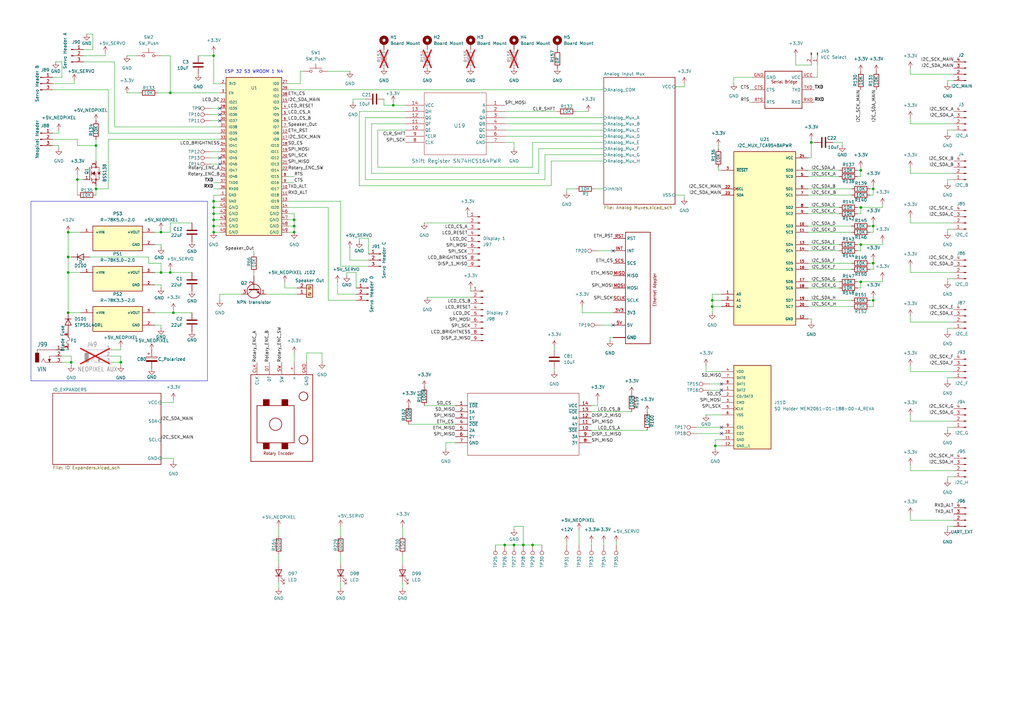
<source format=kicad_sch>
(kicad_sch (version 20250114) (generator "eeschema") (generator_version "9.0")
  (paper "A3")
  (title_block (title "Main Universal Panel Board") (date "2025-08-06") (rev "X4") (company "CMSC") (comment 1 "NF 2025"))
  (rectangle (start 12.7 82.55) (end 85.09 156.21))
  (text "ESP 32 S3 WROOM 1 N4" (at 104.14 29.464 0) (effects (font (size 1.27 1.27))))
  (junction (at 66.04 111.76))
  (junction (at 332.74 58.42))
  (junction (at 87.63 95.25))
  (junction (at 353.06 100.33))
  (junction (at 207.01 223.52))
  (junction (at 66.04 95.25))
  (junction (at 49.53 148.59))
  (junction (at 292.1 125.73))
  (junction (at 353.06 69.85))
  (junction (at 71.12 128.27))
  (junction (at 358.14 92.71))
  (junction (at 353.06 85.09))
  (junction (at 292.1 123.19))
  (junction (at 39.37 77.47))
  (junction (at 87.63 90.17))
  (junction (at 358.14 107.95))
  (junction (at 120.65 95.25))
  (junction (at 39.37 59.69))
  (junction (at 218.44 223.52))
  (junction (at 27.94 111.76))
  (junction (at 87.63 22.86))
  (junction (at 87.63 87.63))
  (junction (at 120.65 90.17))
  (junction (at 27.94 105.41))
  (junction (at 27.94 128.27))
  (junction (at 358.14 77.47))
  (junction (at 29.21 148.59))
  (junction (at 120.65 92.71))
  (junction (at 69.85 38.1))
  (junction (at 87.63 85.09))
  (junction (at 358.14 123.19))
  (junction (at 210.82 223.52))
  (junction (at 27.94 95.25))
  (junction (at 69.85 111.76))
  (junction (at 214.63 223.52))
  (junction (at 87.63 82.55))
  (junction (at 161.29 43.18))
  (junction (at 87.63 92.71))
  (junction (at 293.37 182.88))
  (junction (at 31.75 73.66))
  (junction (at 353.06 115.57))
  (no_connect (at 295.91 160.02))
  (no_connect (at 90.17 64.77))
  (no_connect (at 295.91 157.48))
  (no_connect (at 251.46 102.87))
  (no_connect (at 295.91 175.26))
  (no_connect (at 251.46 133.35))
  (no_connect (at 295.91 177.8))
  (no_connect (at 90.17 67.31))
  (no_connect (at 90.17 46.99))
  (no_connect (at 90.17 49.53))
  (no_connect (at 90.17 44.45))
  (wire (pts (xy 351.79 115.57) (xy 353.06 115.57)))
  (wire (pts (xy 232.41 222.25) (xy 232.41 223.52)))
  (wire (pts (xy 332.74 130.81) (xy 331.47 130.81)))
  (wire (pts (xy 218.44 68.58) (xy 218.44 58.42)))
  (wire (pts (xy 143.51 106.68) (xy 151.13 106.68)))
  (wire (pts (xy 250.19 138.43) (xy 251.46 138.43)))
  (wire (pts (xy 335.28 26.67) (xy 335.28 31.75)))
  (wire (pts (xy 90.17 120.65) (xy 99.06 120.65)))
  (wire (pts (xy 373.38 129.54) (xy 373.38 132.08)))
  (wire (pts (xy 191.77 87.63) (xy 191.77 88.9)))
  (wire (pts (xy 245.11 102.87) (xy 251.46 102.87)))
  (wire (pts (xy 31.75 59.69) (xy 39.37 59.69)))
  (wire (pts (xy 332.74 58.42) (xy 334.01 58.42)))
  (wire (pts (xy 21.59 36.83) (xy 44.45 36.83)))
  (wire (pts (xy 247.65 222.25) (xy 247.65 223.52)))
  (wire (pts (xy 353.06 72.39) (xy 351.79 72.39)))
  (wire (pts (xy 358.14 123.19) (xy 358.14 125.73)))
  (wire (pts (xy 45.72 143.51) (xy 49.53 143.51)))
  (wire (pts (xy 35.56 13.97) (xy 38.1 13.97)))
  (wire (pts (xy 358.14 107.95) (xy 358.14 110.49)))
  (wire (pts (xy 223.52 63.5) (xy 247.65 63.5)))
  (wire (pts (xy 87.63 82.55) (xy 87.63 85.09)))
  (wire (pts (xy 203.2 223.52) (xy 207.01 223.52)))
  (wire (pts (xy 161.29 41.91) (xy 161.29 43.18)))
  (wire (pts (xy 116.84 115.57) (xy 116.84 118.11)))
  (wire (pts (xy 165.1 227.33) (xy 165.1 231.14)))
  (wire (pts (xy 353.06 69.85) (xy 353.06 72.39)))
  (wire (pts (xy 388.62 93.98) (xy 391.16 93.98)))
  (wire (pts (xy 391.16 91.44) (xy 373.38 91.44)))
  (wire (pts (xy 207.01 50.8) (xy 247.65 50.8)))
  (wire (pts (xy 134.62 123.19) (xy 146.05 123.19)))
  (wire (pts (xy 353.06 115.57) (xy 353.06 118.11)))
  (wire (pts (xy 227.33 142.24) (xy 227.33 143.51)))
  (wire (pts (xy 373.38 210.82) (xy 373.38 213.36)))
  (wire (pts (xy 210.82 215.9) (xy 214.63 215.9)))
  (wire (pts (xy 86.36 64.77) (xy 90.17 64.77)))
  (wire (pts (xy 388.62 195.58) (xy 391.16 195.58)))
  (wire (pts (xy 34.29 73.66) (xy 31.75 73.66)))
  (wire (pts (xy 149.86 73.66) (xy 223.52 73.66)))
  (wire (pts (xy 391.16 193.04) (xy 373.38 193.04)))
  (wire (pts (xy 356.87 77.47) (xy 358.14 77.47)))
  (wire (pts (xy 295.91 152.4) (xy 289.56 152.4)))
  (wire (pts (xy 39.37 57.15) (xy 39.37 59.69)))
  (wire (pts (xy 294.64 59.69) (xy 294.64 60.96)))
  (wire (pts (xy 63.5 128.27) (xy 71.12 128.27)))
  (wire (pts (xy 120.65 74.93) (xy 118.11 74.93)))
  (wire (pts (xy 81.28 22.86) (xy 87.63 22.86)))
  (wire (pts (xy 388.62 135.89) (xy 388.62 134.62)))
  (wire (pts (xy 27.94 111.76) (xy 27.94 128.27)))
  (wire (pts (xy 66.04 100.33) (xy 66.04 101.6)))
  (wire (pts (xy 245.11 163.83) (xy 245.11 166.37)))
  (wire (pts (xy 44.45 54.61) (xy 44.45 36.83)))
  (wire (pts (xy 44.45 57.15) (xy 90.17 57.15)))
  (wire (pts (xy 139.7 109.22) (xy 139.7 82.55)))
  (wire (pts (xy 120.65 87.63) (xy 120.65 90.17)))
  (wire (pts (xy 331.47 95.25) (xy 349.25 95.25)))
  (wire (pts (xy 63.5 116.84) (xy 66.04 116.84)))
  (wire (pts (xy 388.62 154.94) (xy 391.16 154.94)))
  (wire (pts (xy 124.46 29.21) (xy 123.19 29.21)))
  (wire (pts (xy 69.85 95.25) (xy 66.04 95.25)))
  (wire (pts (xy 87.63 80.01) (xy 87.63 82.55)))
  (wire (pts (xy 218.44 223.52) (xy 222.25 223.52)))
  (wire (pts (xy 29.21 148.59) (xy 29.21 149.86)))
  (wire (pts (xy 138.43 115.57) (xy 138.43 120.65)))
  (wire (pts (xy 49.53 143.51) (xy 49.53 142.24)))
  (wire (pts (xy 388.62 175.26) (xy 391.16 175.26)))
  (wire (pts (xy 175.26 121.92) (xy 193.04 121.92)))
  (wire (pts (xy 388.62 215.9) (xy 391.16 215.9)))
  (wire (pts (xy 120.65 90.17) (xy 120.65 92.71)))
  (wire (pts (xy 86.36 49.53) (xy 90.17 49.53)))
  (wire (pts (xy 154.94 53.34) (xy 154.94 68.58)))
  (wire (pts (xy 138.43 120.65) (xy 146.05 120.65)))
  (wire (pts (xy 238.76 128.27) (xy 251.46 128.27)))
  (wire (pts (xy 69.85 22.86) (xy 66.04 22.86)))
  (wire (pts (xy 66.04 165.1) (xy 71.12 165.1)))
  (wire (pts (xy 63.5 100.33) (xy 66.04 100.33)))
  (wire (pts (xy 121.92 120.65) (xy 109.22 120.65)))
  (wire (pts (xy 388.62 54.61) (xy 388.62 53.34)))
  (wire (pts (xy 39.37 77.47) (xy 44.45 77.47)))
  (wire (pts (xy 147.32 99.06) (xy 147.32 97.79)))
  (wire (pts (xy 147.32 97.79) (xy 151.13 97.79)))
  (wire (pts (xy 232.41 78.74) (xy 232.41 77.47)))
  (wire (pts (xy 104.14 102.87) (xy 104.14 104.14)))
  (wire (pts (xy 332.74 57.15) (xy 332.74 58.42)))
  (wire (pts (xy 285.75 175.26) (xy 295.91 175.26)))
  (wire (pts (xy 300.99 31.75) (xy 308.61 31.75)))
  (wire (pts (xy 33.02 111.76) (xy 27.94 111.76)))
  (wire (pts (xy 285.75 177.8) (xy 295.91 177.8)))
  (wire (pts (xy 331.47 72.39) (xy 344.17 72.39)))
  (wire (pts (xy 226.06 66.04) (xy 226.06 76.2)))
  (wire (pts (xy 351.79 100.33) (xy 353.06 100.33)))
  (wire (pts (xy 361.95 83.82) (xy 361.95 85.09)))
  (wire (pts (xy 27.94 143.51) (xy 25.4 143.51)))
  (wire (pts (xy 66.04 133.35) (xy 66.04 134.62)))
  (wire (pts (xy 87.63 95.25) (xy 90.17 95.25)))
  (wire (pts (xy 142.24 111.76) (xy 146.05 111.76)))
  (wire (pts (xy 144.78 40.64) (xy 144.78 41.91)))
  (wire (pts (xy 39.37 59.69) (xy 39.37 66.04)))
  (wire (pts (xy 373.38 170.18) (xy 373.38 172.72)))
  (wire (pts (xy 146.05 111.76) (xy 146.05 118.11)))
  (wire (pts (xy 373.38 109.22) (xy 373.38 111.76)))
  (wire (pts (xy 361.95 85.09) (xy 353.06 85.09)))
  (wire (pts (xy 114.3 227.33) (xy 114.3 231.14)))
  (wire (pts (xy 120.65 95.25) (xy 118.11 95.25)))
  (wire (pts (xy 71.12 128.27) (xy 78.74 128.27)))
  (wire (pts (xy 331.47 107.95) (xy 349.25 107.95)))
  (wire (pts (xy 149.86 40.64) (xy 144.78 40.64)))
  (wire (pts (xy 218.44 58.42) (xy 247.65 58.42)))
  (wire (pts (xy 391.16 111.76) (xy 373.38 111.76)))
  (wire (pts (xy 353.06 87.63) (xy 351.79 87.63)))
  (wire (pts (xy 332.74 58.42) (xy 332.74 64.77)))
  (wire (pts (xy 243.84 77.47) (xy 247.65 77.47)))
  (wire (pts (xy 227.33 151.13) (xy 227.33 152.4)))
  (wire (pts (xy 120.65 72.39) (xy 118.11 72.39)))
  (wire (pts (xy 139.7 238.76) (xy 139.7 241.3)))
  (wire (pts (xy 391.16 213.36) (xy 373.38 213.36)))
  (wire (pts (xy 358.14 80.01) (xy 356.87 80.01)))
  (wire (pts (xy 27.94 128.27) (xy 33.02 128.27)))
  (wire (pts (xy 223.52 73.66) (xy 223.52 63.5)))
  (wire (pts (xy 358.14 125.73) (xy 356.87 125.73)))
  (wire (pts (xy 210.82 223.52) (xy 214.63 223.52)))
  (wire (pts (xy 39.37 76.2) (xy 39.37 77.47)))
  (wire (pts (xy 214.63 215.9) (xy 214.63 223.52)))
  (wire (pts (xy 52.07 38.1) (xy 57.15 38.1)))
  (wire (pts (xy 116.84 118.11) (xy 121.92 118.11)))
  (wire (pts (xy 87.63 92.71) (xy 90.17 92.71)))
  (wire (pts (xy 358.14 110.49) (xy 356.87 110.49)))
  (wire (pts (xy 388.62 74.93) (xy 388.62 73.66)))
  (wire (pts (xy 165.1 215.9) (xy 165.1 219.71)))
  (wire (pts (xy 22.86 25.4) (xy 25.4 25.4)))
  (wire (pts (xy 43.18 22.86) (xy 34.29 22.86)))
  (wire (pts (xy 63.5 111.76) (xy 66.04 111.76)))
  (wire (pts (xy 60.96 105.41) (xy 60.96 107.95)))
  (wire (pts (xy 289.56 170.18) (xy 295.91 170.18)))
  (wire (pts (xy 226.06 76.2) (xy 147.32 76.2)))
  (wire (pts (xy 27.94 105.41) (xy 27.94 111.76)))
  (wire (pts (xy 232.41 77.47) (xy 236.22 77.47)))
  (wire (pts (xy 30.48 33.02) (xy 30.48 34.29)))
  (wire (pts (xy 66.04 107.95) (xy 66.04 111.76)))
  (wire (pts (xy 29.21 146.05) (xy 29.21 148.59)))
  (wire (pts (xy 295.91 180.34) (xy 293.37 180.34)))
  (wire (pts (xy 238.76 125.73) (xy 238.76 128.27)))
  (wire (pts (xy 193.04 118.11) (xy 193.04 119.38)))
  (wire (pts (xy 118.11 82.55) (xy 139.7 82.55)))
  (wire (pts (xy 358.14 76.2) (xy 358.14 77.47)))
  (wire (pts (xy 69.85 111.76) (xy 69.85 110.49)))
  (wire (pts (xy 391.16 152.4) (xy 373.38 152.4)))
  (wire (pts (xy 69.85 38.1) (xy 90.17 38.1)))
  (wire (pts (xy 147.32 76.2) (xy 147.32 45.72)))
  (wire (pts (xy 87.63 85.09) (xy 90.17 85.09)))
  (wire (pts (xy 87.63 34.29) (xy 90.17 34.29)))
  (wire (pts (xy 167.64 173.99) (xy 186.69 173.99)))
  (wire (pts (xy 358.14 77.47) (xy 358.14 80.01)))
  (wire (pts (xy 43.18 21.59) (xy 43.18 22.86)))
  (wire (pts (xy 292.1 125.73) (xy 292.1 123.19)))
  (wire (pts (xy 280.67 80.01) (xy 280.67 81.28)))
  (wire (pts (xy 31.75 73.66) (xy 31.75 80.01)))
  (wire (pts (xy 331.47 123.19) (xy 349.25 123.19)))
  (wire (pts (xy 38.1 13.97) (xy 38.1 20.32)))
  (wire (pts (xy 391.16 172.72) (xy 373.38 172.72)))
  (wire (pts (xy 358.14 91.44) (xy 358.14 92.71)))
  (wire (pts (xy 52.07 22.86) (xy 55.88 22.86)))
  (wire (pts (xy 331.47 80.01) (xy 349.25 80.01)))
  (wire (pts (xy 36.83 105.41) (xy 60.96 105.41)))
  (wire (pts (xy 332.74 132.08) (xy 332.74 130.81)))
  (wire (pts (xy 252.73 222.25) (xy 252.73 223.52)))
  (wire (pts (xy 142.24 113.03) (xy 142.24 111.76)))
  (wire (pts (xy 64.77 38.1) (xy 69.85 38.1)))
  (wire (pts (xy 242.57 168.91) (xy 259.08 168.91)))
  (wire (pts (xy 280.67 34.29) (xy 280.67 35.56)))
  (wire (pts (xy 391.16 132.08) (xy 373.38 132.08)))
  (wire (pts (xy 289.56 152.4) (xy 289.56 149.86)))
  (wire (pts (xy 246.38 133.35) (xy 251.46 133.35)))
  (wire (pts (xy 46.99 25.4) (xy 46.99 52.07)))
  (wire (pts (xy 60.96 107.95) (xy 66.04 107.95)))
  (wire (pts (xy 87.63 74.93) (xy 90.17 74.93)))
  (wire (pts (xy 331.47 110.49) (xy 349.25 110.49)))
  (wire (pts (xy 207.01 223.52) (xy 210.82 223.52)))
  (wire (pts (xy 331.47 85.09) (xy 344.17 85.09)))
  (wire (pts (xy 358.14 121.92) (xy 358.14 123.19)))
  (wire (pts (xy 361.95 100.33) (xy 353.06 100.33)))
  (wire (pts (xy 210.82 60.96) (xy 210.82 58.42)))
  (wire (pts (xy 123.19 34.29) (xy 118.11 34.29)))
  (wire (pts (xy 120.65 90.17) (xy 118.11 90.17)))
  (wire (pts (xy 71.12 165.1) (xy 71.12 163.83)))
  (wire (pts (xy 87.63 90.17) (xy 90.17 90.17)))
  (wire (pts (xy 66.04 95.25) (xy 66.04 93.98)))
  (wire (pts (xy 388.62 34.29) (xy 388.62 33.02)))
  (wire (pts (xy 63.5 133.35) (xy 66.04 133.35)))
  (wire (pts (xy 173.99 91.44) (xy 191.77 91.44)))
  (wire (pts (xy 120.65 92.71) (xy 118.11 92.71)))
  (wire (pts (xy 361.95 99.06) (xy 361.95 100.33)))
  (wire (pts (xy 388.62 176.53) (xy 388.62 175.26)))
  (wire (pts (xy 214.63 223.52) (xy 218.44 223.52)))
  (wire (pts (xy 356.87 123.19) (xy 358.14 123.19)))
  (wire (pts (xy 66.04 116.84) (xy 66.04 118.11)))
  (wire (pts (xy 165.1 238.76) (xy 165.1 241.3)))
  (wire (pts (xy 139.7 109.22) (xy 151.13 109.22)))
  (wire (pts (xy 25.4 146.05) (xy 29.21 146.05)))
  (wire (pts (xy 307.34 41.91) (xy 308.61 41.91)))
  (wire (pts (xy 358.14 106.68) (xy 358.14 107.95)))
  (wire (pts (xy 294.64 69.85) (xy 294.64 68.58)))
  (wire (pts (xy 250.19 139.7) (xy 250.19 138.43)))
  (wire (pts (xy 24.13 53.34) (xy 24.13 54.61)))
  (wire (pts (xy 373.38 149.86) (xy 373.38 152.4)))
  (wire (pts (xy 45.72 146.05) (xy 49.53 146.05)))
  (wire (pts (xy 25.4 148.59) (xy 29.21 148.59)))
  (wire (pts (xy 351.79 69.85) (xy 353.06 69.85)))
  (wire (pts (xy 118.11 36.83) (xy 247.65 36.83)))
  (wire (pts (xy 161.29 43.18) (xy 166.37 43.18)))
  (wire (pts (xy 173.99 166.37) (xy 186.69 166.37)))
  (wire (pts (xy 341.63 58.42) (xy 345.44 58.42)))
  (wire (pts (xy 27.94 105.41) (xy 29.21 105.41)))
  (wire (pts (xy 87.63 22.86) (xy 87.63 34.29)))
  (wire (pts (xy 69.85 91.44) (xy 78.74 91.44)))
  (wire (pts (xy 157.48 40.64) (xy 157.48 43.18)))
  (wire (pts (xy 104.14 111.76) (xy 104.14 113.03)))
  (wire (pts (xy 247.65 66.04) (xy 226.06 66.04)))
  (wire (pts (xy 351.79 85.09) (xy 353.06 85.09)))
  (wire (pts (xy 87.63 77.47) (xy 90.17 77.47)))
  (wire (pts (xy 151.13 97.79) (xy 151.13 104.14)))
  (wire (pts (xy 134.62 85.09) (xy 134.62 123.19)))
  (wire (pts (xy 220.98 71.12) (xy 152.4 71.12)))
  (wire (pts (xy 293.37 180.34) (xy 293.37 182.88)))
  (wire (pts (xy 182.88 184.15) (xy 182.88 181.61)))
  (wire (pts (xy 87.63 80.01) (xy 90.17 80.01)))
  (wire (pts (xy 120.65 92.71) (xy 120.65 95.25)))
  (wire (pts (xy 30.48 34.29) (xy 21.59 34.29)))
  (wire (pts (xy 358.14 92.71) (xy 358.14 95.25)))
  (wire (pts (xy 90.17 123.19) (xy 90.17 120.65)))
  (wire (pts (xy 147.32 45.72) (xy 166.37 45.72)))
  (wire (pts (xy 290.83 157.48) (xy 295.91 157.48)))
  (wire (pts (xy 373.38 190.5) (xy 373.38 193.04)))
  (wire (pts (xy 166.37 53.34) (xy 154.94 53.34)))
  (wire (pts (xy 143.51 101.6) (xy 143.51 106.68)))
  (wire (pts (xy 361.95 115.57) (xy 353.06 115.57)))
  (wire (pts (xy 132.08 144.78) (xy 132.08 148.59)))
  (wire (pts (xy 290.83 160.02) (xy 295.91 160.02)))
  (wire (pts (xy 207.01 55.88) (xy 247.65 55.88)))
  (wire (pts (xy 388.62 156.21) (xy 388.62 154.94)))
  (wire (pts (xy 331.47 118.11) (xy 344.17 118.11)))
  (wire (pts (xy 139.7 215.9) (xy 139.7 219.71)))
  (wire (pts (xy 388.62 33.02) (xy 391.16 33.02)))
  (wire (pts (xy 335.28 31.75) (xy 334.01 31.75)))
  (wire (pts (xy 87.63 92.71) (xy 87.63 95.25)))
  (wire (pts (xy 237.49 217.17) (xy 237.49 223.52)))
  (wire (pts (xy 90.17 54.61) (xy 44.45 54.61)))
  (wire (pts (xy 388.62 95.25) (xy 388.62 93.98)))
  (wire (pts (xy 114.3 238.76) (xy 114.3 241.3)))
  (wire (pts (xy 87.63 82.55) (xy 90.17 82.55)))
  (wire (pts (xy 69.85 22.86) (xy 69.85 38.1)))
  (wire (pts (xy 331.47 69.85) (xy 344.17 69.85)))
  (wire (pts (xy 49.53 146.05) (xy 49.53 148.59)))
  (wire (pts (xy 307.34 36.83) (xy 308.61 36.83)))
  (wire (pts (xy 292.1 123.19) (xy 295.91 123.19)))
  (wire (pts (xy 331.47 125.73) (xy 349.25 125.73)))
  (wire (pts (xy 391.16 50.8) (xy 373.38 50.8)))
  (wire (pts (xy 373.38 68.58) (xy 373.38 71.12)))
  (wire (pts (xy 149.86 48.26) (xy 149.86 73.66)))
  (wire (pts (xy 345.44 58.42) (xy 345.44 59.69)))
  (wire (pts (xy 356.87 107.95) (xy 358.14 107.95)))
  (wire (pts (xy 45.72 148.59) (xy 49.53 148.59)))
  (wire (pts (xy 292.1 125.73) (xy 295.91 125.73)))
  (wire (pts (xy 391.16 71.12) (xy 373.38 71.12)))
  (wire (pts (xy 63.5 95.25) (xy 66.04 95.25)))
  (wire (pts (xy 331.47 87.63) (xy 344.17 87.63)))
  (wire (pts (xy 388.62 73.66) (xy 391.16 73.66)))
  (wire (pts (xy 71.12 187.96) (xy 71.12 189.23)))
  (wire (pts (xy 373.38 27.94) (xy 373.38 30.48)))
  (wire (pts (xy 353.06 68.58) (xy 353.06 69.85)))
  (wire (pts (xy 276.86 80.01) (xy 280.67 80.01)))
  (wire (pts (xy 358.14 95.25) (xy 356.87 95.25)))
  (wire (pts (xy 247.65 60.96) (xy 220.98 60.96)))
  (wire (pts (xy 292.1 128.27) (xy 292.1 125.73)))
  (wire (pts (xy 86.36 67.31) (xy 90.17 67.31)))
  (wire (pts (xy 373.38 48.26) (xy 373.38 50.8)))
  (wire (pts (xy 87.63 85.09) (xy 87.63 87.63)))
  (wire (pts (xy 21.59 57.15) (xy 31.75 57.15)))
  (wire (pts (xy 242.57 222.25) (xy 242.57 223.52)))
  (wire (pts (xy 120.65 87.63) (xy 118.11 87.63)))
  (wire (pts (xy 331.47 77.47) (xy 349.25 77.47)))
  (wire (pts (xy 388.62 53.34) (xy 391.16 53.34)))
  (wire (pts (xy 69.85 111.76) (xy 78.74 111.76)))
  (wire (pts (xy 210.82 217.17) (xy 210.82 215.9)))
  (wire (pts (xy 71.12 128.27) (xy 71.12 127)))
  (wire (pts (xy 388.62 114.3) (xy 391.16 114.3)))
  (wire (pts (xy 166.37 48.26) (xy 149.86 48.26)))
  (wire (pts (xy 25.4 25.4) (xy 25.4 31.75)))
  (wire (pts (xy 228.6 45.72) (xy 207.01 45.72)))
  (wire (pts (xy 391.16 30.48) (xy 373.38 30.48)))
  (wire (pts (xy 24.13 60.96) (xy 24.13 59.69)))
  (wire (pts (xy 245.11 166.37) (xy 242.57 166.37)))
  (wire (pts (xy 143.51 29.21) (xy 134.62 29.21)))
  (wire (pts (xy 125.73 148.59) (xy 125.73 144.78)))
  (wire (pts (xy 388.62 115.57) (xy 388.62 114.3)))
  (wire (pts (xy 24.13 59.69) (xy 21.59 59.69)))
  (wire (pts (xy 331.47 64.77) (xy 332.74 64.77)))
  (wire (pts (xy 353.06 100.33) (xy 353.06 102.87)))
  (wire (pts (xy 118.11 85.09) (xy 134.62 85.09)))
  (wire (pts (xy 353.06 85.09) (xy 353.06 87.63)))
  (wire (pts (xy 39.37 77.47) (xy 39.37 80.01)))
  (wire (pts (xy 292.1 120.65) (xy 295.91 120.65)))
  (wire (pts (xy 87.63 90.17) (xy 87.63 92.71)))
  (wire (pts (xy 353.06 102.87) (xy 351.79 102.87)))
  (wire (pts (xy 69.85 91.44) (xy 69.85 95.25)))
  (wire (pts (xy 353.06 118.11) (xy 351.79 118.11)))
  (wire (pts (xy 114.3 215.9) (xy 114.3 219.71)))
  (wire (pts (xy 331.47 102.87) (xy 344.17 102.87)))
  (wire (pts (xy 125.73 144.78) (xy 132.08 144.78)))
  (wire (pts (xy 87.63 21.59) (xy 87.63 22.86)))
  (wire (pts (xy 86.36 62.23) (xy 90.17 62.23)))
  (wire (pts (xy 120.65 144.78) (xy 120.65 148.59)))
  (wire (pts (xy 293.37 182.88) (xy 293.37 184.15)))
  (wire (pts (xy 210.82 58.42) (xy 207.01 58.42)))
  (wire (pts (xy 33.02 95.25) (xy 27.94 95.25)))
  (wire (pts (xy 332.74 26.67) (xy 326.39 26.67)))
  (wire (pts (xy 331.47 115.57) (xy 344.17 115.57)))
  (wire (pts (xy 31.75 57.15) (xy 31.75 59.69)))
  (wire (pts (xy 25.4 31.75) (xy 21.59 31.75)))
  (wire (pts (xy 66.04 111.76) (xy 69.85 111.76)))
  (wire (pts (xy 152.4 50.8) (xy 166.37 50.8)))
  (wire (pts (xy 294.64 69.85) (xy 295.91 69.85)))
  (wire (pts (xy 207.01 48.26) (xy 247.65 48.26)))
  (wire (pts (xy 182.88 181.61) (xy 186.69 181.61)))
  (wire (pts (xy 388.62 196.85) (xy 388.62 195.58)))
  (wire (pts (xy 123.19 29.21) (xy 123.19 34.29)))
  (wire (pts (xy 241.3 45.72) (xy 236.22 45.72)))
  (wire (pts (xy 21.59 54.61) (xy 24.13 54.61)))
  (wire (pts (xy 326.39 22.86) (xy 326.39 26.67)))
  (wire (pts (xy 388.62 217.17) (xy 388.62 215.9)))
  (wire (pts (xy 139.7 227.33) (xy 139.7 231.14)))
  (wire (pts (xy 27.94 95.25) (xy 27.94 105.41)))
  (wire (pts (xy 293.37 182.88) (xy 295.91 182.88)))
  (wire (pts (xy 331.47 100.33) (xy 344.17 100.33)))
  (wire (pts (xy 154.94 68.58) (xy 218.44 68.58)))
  (wire (pts (xy 361.95 114.3) (xy 361.95 115.57)))
  (wire (pts (xy 66.04 187.96) (xy 71.12 187.96)))
  (wire (pts (xy 31.75 71.12) (xy 31.75 73.66)))
  (wire (pts (xy 87.63 87.63) (xy 90.17 87.63)))
  (wire (pts (xy 220.98 60.96) (xy 220.98 71.12)))
  (wire (pts (xy 44.45 77.47) (xy 44.45 57.15)))
  (wire (pts (xy 276.86 35.56) (xy 280.67 35.56)))
  (wire (pts (xy 157.48 43.18) (xy 161.29 43.18)))
  (wire (pts (xy 388.62 134.62) (xy 391.16 134.62)))
  (wire (pts (xy 242.57 176.53) (xy 265.43 176.53)))
  (wire (pts (xy 292.1 123.19) (xy 292.1 120.65)))
  (wire (pts (xy 34.29 25.4) (xy 46.99 25.4)))
  (wire (pts (xy 152.4 71.12) (xy 152.4 50.8)))
  (wire (pts (xy 86.36 46.99) (xy 90.17 46.99)))
  (wire (pts (xy 331.47 92.71) (xy 349.25 92.71)))
  (wire (pts (xy 300.99 34.29) (xy 300.99 31.75)))
  (wire (pts (xy 373.38 88.9) (xy 373.38 91.44)))
  (wire (pts (xy 38.1 20.32) (xy 34.29 20.32)))
  (wire (pts (xy 87.63 87.63) (xy 87.63 90.17)))
  (wire (pts (xy 356.87 92.71) (xy 358.14 92.71)))
  (wire (pts (xy 86.36 44.45) (xy 90.17 44.45)))
  (wire (pts (xy 49.53 148.59) (xy 49.53 149.86)))
  (wire (pts (xy 207.01 53.34) (xy 247.65 53.34)))
  (wire (pts (xy 46.99 52.07) (xy 90.17 52.07)))
  (label "LCD_RESET" (at 118.11 44.45 0))
  (label "SPI_MOSI" (at 191.77 101.6 180))
  (label "I2C_SCK_C" (at 391.16 86.36 180))
  (label "RXD_ALT" (at 118.11 80.01 0))
  (label "TXD" (at 87.63 74.93 180) (effects (font (thickness 0.254) (bold yes))))
  (label "I2C_SDA_B" (at 391.16 68.58 180))
  (label "SPI_SCK" (at 166.37 58.42 180))
  (label "LCD_CS_B" (at 245.11 168.91 0))
  (label "I2C_SCK_MAIN" (at 353.06 36.83 270))
  (label "I2C_SDA_C" (at 391.16 88.9 180))
  (label "LCD_CS_A" (at 118.11 46.99 0))
  (label "I2C_SCK_G" (at 391.16 167.64 180))
  (label "I2C_SCK_E" (at 391.16 127 180))
  (label "SPI_SCK" (at 251.46 123.19 180))
  (label "DISP_2_MISO" (at 242.57 171.45 0))
  (label "ETH_MISO" (at 186.69 176.53 180))
  (label "SPI_MOSI" (at 251.46 118.11 180))
  (label "I2C_SCK_D" (at 391.16 106.68 180))
  (label "SPI_SCK" (at 191.77 104.14 180))
  (label "LCD_BRIGHTNESS" (at 193.04 137.16 180))
  (label "ETH_RST" (at 251.46 97.79 180))
  (label "RXD" (at 87.63 77.47 180) (effects (font (thickness 0.254) (bold yes))))
  (label "SPI_MISO" (at 186.69 179.07 180))
  (label "I2C_SDA_E" (at 332.74 100.33 0))
  (label "LCD_CS_B" (at 193.04 124.46 180))
  (label "I2C_SDA_A" (at 332.74 69.85 0))
  (label "ETH_CS" (at 118.11 39.37 0))
  (label "SPI_MOSI" (at 118.11 62.23 0))
  (label "RXD_ALT" (at 391.16 208.28 180))
  (label "I2C_SDA_MAIN" (at 391.16 27.94 180))
  (label "Rotary_ENC_B" (at 90.17 72.39 180))
  (label "SD_MISO" (at 295.91 154.94 180))
  (label "I2C_SCK_MAIN" (at 66.04 180.34 0))
  (label "I2C_SCK_G" (at 332.74 118.11 0))
  (label "Rotary_ENC_B" (at 110.49 148.59 90))
  (label "I2C_SCK_A" (at 391.16 45.72 180))
  (label "I2C_SDA_D" (at 391.16 109.22 180))
  (label "Rotary_ENC_A" (at 105.41 148.59 90))
  (label "Speaker_Out" (at 118.11 52.07 0))
  (label "CTS" (at 120.65 74.93 0))
  (label "CTS" (at 307.34 36.83 180))
  (label "ETH_MISO" (at 251.46 113.03 180))
  (label "DISP_1_MISO" (at 242.57 179.07 0))
  (label "ETH_CS" (at 179.07 173.99 0))
  (label "I2C_SCK_MAIN" (at 391.16 25.4 180))
  (label "Rotary_ENC_A" (at 90.17 69.85 180))
  (label "TXD" (at 334.01 36.83 0) (effects (font (thickness 0.254) (bold yes))))
  (label "TXD_ALT" (at 391.16 210.82 180))
  (label "SPI_SCK" (at 193.04 134.62 180))
  (label "Rotary_ENC_SW" (at 115.57 148.59 90))
  (label "I2C_SCK_H" (at 332.74 125.73 0))
  (label "I2C_SDA_MAIN" (at 359.41 36.83 270))
  (label "LCD_DC" (at 90.17 41.91 180))
  (label "LCD_RESET" (at 191.77 96.52 180))
  (label "LCD_CS_A" (at 245.11 176.53 0))
  (label "SD_MISO" (at 186.69 168.91 180))
  (label "RTS" (at 120.65 72.39 0))
  (label "SD_CS" (at 295.91 162.56 180))
  (label "RXD" (at 334.01 41.91 0) (effects (font (thickness 0.254) (bold yes))))
  (label "RTS" (at 307.34 41.91 180))
  (label "LCD_BRIGHTNESS" (at 90.17 59.69 180))
  (label "Rotary_ENC_SW" (at 118.11 69.85 0))
  (label "I2C_SDA_F" (at 332.74 107.95 0))
  (label "I2C_SDA_MAIN" (at 295.91 80.01 180))
  (label "SPI_SCK" (at 295.91 167.64 180))
  (label "I2C_SCK_H" (at 391.16 187.96 180))
  (label "I2C_SDA_F" (at 391.16 149.86 180))
  (label "LCD_DC" (at 193.04 129.54 180))
  (label "SPI_MISO" (at 118.11 67.31 0))
  (label "I2C_SCK_B" (at 332.74 80.01 0))
  (label "I2C_SDA_C" (at 332.74 85.09 0))
  (label "I2C_SCK_B" (at 391.16 66.04 180))
  (label "Speaker_Out" (at 104.14 102.87 180))
  (label "SPI_MISO" (at 242.57 173.99 0))
  (label "SPI_MOSI" (at 207.01 43.18 0))
  (label "I2C_SCK_D" (at 332.74 95.25 0))
  (label "LCD_BRIGHTNESS" (at 191.77 106.68 180))
  (label "SPI_MISO" (at 186.69 171.45 180))
  (label "ETH_CS" (at 251.46 107.95 180))
  (label "I2C_SDA_E" (at 391.16 129.54 180))
  (label "I2C_SDA_MAIN" (at 118.11 41.91 0))
  (label "I2C_SCK_A" (at 332.74 72.39 0))
  (label "TXD_ALT" (at 118.11 77.47 0))
  (label "LCD_DC" (at 191.77 99.06 180))
  (label "DISP_2_MISO" (at 193.04 139.7 180))
  (label "I2C_SDA_MAIN" (at 66.04 172.72 0))
  (label "I2C_SDA_B" (at 332.74 77.47 0))
  (label "CLR_SHFT" (at 166.37 55.88 180))
  (label "SPI_SCK" (at 118.11 64.77 0))
  (label "SD_CS" (at 179.07 166.37 0))
  (label "I2C_SDA_G" (at 332.74 115.57 0))
  (label "I2C_SDA_A" (at 391.16 48.26 180))
  (label "I2C_SCK_MAIN" (at 295.91 77.47 180))
  (label "I2C_SCK_MAIN" (at 118.11 57.15 0))
  (label "I2C_SDA_D" (at 332.74 92.71 0))
  (label "I2C_SCK_C" (at 332.74 87.63 0))
  (label "I2C_SDA_H" (at 391.16 190.5 180))
  (label "SPI_MISO" (at 242.57 181.61 0))
  (label "DISP_1_MISO" (at 191.77 109.22 180))
  (label "SD_CS" (at 118.11 59.69 0))
  (label "LCD_RESET" (at 193.04 127 180))
  (label "I2C_SDA_G" (at 391.16 170.18 180))
  (label "I2C_SCK_F" (at 332.74 110.49 0))
  (label "LCD_CS_A" (at 191.77 93.98 180))
  (label "CLR_SHFT" (at 218.44 45.72 0))
  (label "LCD_CS_B" (at 118.11 49.53 0))
  (label "SPI_MOSI" (at 193.04 132.08 180))
  (label "I2C_SDA_H" (at 332.74 123.19 0))
  (label "I2C_SCK_E" (at 332.74 102.87 0))
  (label "ETH_RST" (at 118.11 54.61 0))
  (label "I2C_SCK_F" (at 391.16 147.32 180))
  (label "SPI_MOSI" (at 295.91 165.1 180))
  (symbol (lib_id "Device:C") (at 81.28 26.67 0) (mirror y) (unit 1)
    (property "Reference" "C3" (at 77.47 25.3999 0) (effects (justify left)))
    (property "Value" "10uF" (at 77.47 27.9399 0) (effects (justify left)))
    (property "Footprint" "Capacitor_SMD:C_0805_2012Metric_Pad1.18x1.45mm_HandSolder" (effects (hide yes)))
    (property "Description" "Unpolarized capacitor" (effects (hide yes)))
  )
  (symbol (lib_id "Connector:TestPoint") (at 210.82 223.52 180) (unit 1)
    (property "Reference" "TP27" (at 210.82 232.918 90) (effects (justify right)))
    (property "Value" "TestPoint" (effects (hide yes)))
    (property "Footprint" "Connector_Pin:Pin_D1.0mm_L10.0mm" (effects (hide yes)))
    (property "Description" "test point" (effects (hide yes)))
  )
  (symbol (lib_id "Device:LED") (at 114.3 234.95 90) (unit 1)
    (property "Reference" "D97" (at 118.11 235.2674 90) (effects (justify right)))
    (property "Value" "LED" (at 118.11 237.8074 90) (effects (justify right)))
    (property "Footprint" "LED_THT:LED_D5.0mm" (effects (hide yes)))
    (property "Description" "Light emitting diode" (effects (hide yes)))
    (property "Sim.Pins" "1=K 2=A" (effects (hide yes)))
  )
  (symbol (lib_id "Mechanical:MountingHole_Pad") (at 175.26 17.78 0) (unit 1) (in_bom no)
    (property "Reference" "H2" (at 177.8 15.2399 0) (effects (justify left)))
    (property "Value" "Board Mount" (at 177.8 17.7799 0) (effects (justify left)))
    (property "Footprint" "MountingHole:MountingHole_4.3mm_M4_Pad" (effects (hide yes)))
    (property "Description" "Mounting Hole with connection" (effects (hide yes)))
  )
  (symbol (lib_id "Connector:TestPoint") (at 222.25 223.52 180) (unit 1)
    (property "Reference" "TP30" (at 222.25 232.918 90) (effects (justify right)))
    (property "Value" "TestPoint" (effects (hide yes)))
    (property "Footprint" "Connector_Pin:Pin_D1.0mm_L10.0mm" (effects (hide yes)))
    (property "Description" "test point" (effects (hide yes)))
  )
  (symbol (lib_id "power:+3.3V") (at 167.64 166.37 0) (unit 1)
    (property "Reference" "#PWR0104" (effects (hide yes)))
    (property "Value" "+3.3V" (at 167.64 161.29 0))
    (property "Description" "Power symbol creates a global label with name \"+3.3V\"" (effects (hide yes)))
  )
  (symbol (lib_id "power:GND") (at 144.78 41.91 0) (unit 1)
    (property "Reference" "#PWR065" (effects (hide yes)))
    (property "Value" "GND" (at 144.78 46.99 0))
    (property "Description" "Power symbol creates a global label with name \"GND\" , ground" (effects (hide yes)))
  )
  (symbol (lib_id "Diode:1N5400") (at 27.94 132.08 270) (unit 1)
    (property "Reference" "D101" (at 30.48 130.8099 90) (effects (justify left)))
    (property "Value" "STPS5L40RL" (at 30.48 133.3499 90) (effects (justify left)))
    (property "Footprint" "Diode_THT:D_DO-201AD_P15.24mm_Horizontal" (effects (hide yes)))
    (property "Datasheet" "https://www.st.com/content/ccc/resource/technical/document/datasheet/18/17/66/c2/80/47/46/08/CD00002923.pdf/files/CD00002923.pdf/jcr:content/translations/en.CD00002923.pdf" (effects (hide yes)))
    (property "Description" "Diode 40 V 5A Through Hole DO-201AD" (effects (hide yes)))
    (property "Sim.Device" "D" (effects (hide yes)))
    (property "Sim.Pins" "1=K 2=A" (effects (hide yes)))
  )
  (symbol (lib_id "power:+3.3V") (at 120.65 144.78 0) (unit 1)
    (property "Reference" "#PWR0106" (effects (hide yes)))
    (property "Value" "+3.3V" (at 120.65 139.7 0))
    (property "Description" "Power symbol creates a global label with name \"+3.3V\"" (effects (hide yes)))
  )
  (symbol (lib_id "power:+12V") (at 27.94 95.25 0) (unit 1)
    (property "Reference" "#PWR041" (effects (hide yes)))
    (property "Value" "+12V" (at 27.94 90.17 0))
    (property "Description" "Power symbol creates a global label with name \"+12V\"" (effects (hide yes)))
  )
  (symbol (lib_id "power:GND") (at 193.04 27.94 0) (unit 1)
    (property "Reference" "#PWR088" (effects (hide yes)))
    (property "Value" "GND" (at 193.04 33.02 0))
    (property "Description" "Power symbol creates a global label with name \"GND\" , ground" (effects (hide yes)))
  )
  (symbol (lib_id "power:+3.3V") (at 373.38 68.58 0) (unit 1)
    (property "Reference" "#PWR051" (effects (hide yes)))
    (property "Value" "+3.3V" (at 373.38 63.5 0))
    (property "Description" "Power symbol creates a global label with name \"+3.3V\"" (effects (hide yes)))
  )
  (symbol (lib_id "power:GND") (at 29.21 149.86 0) (mirror y) (unit 1)
    (property "Reference" "#PWR074" (effects (hide yes)))
    (property "Value" "GND" (at 29.21 154.94 0))
    (property "Description" "Power symbol creates a global label with name \"GND\" , ground" (effects (hide yes)))
  )
  (symbol (lib_id "Device:R") (at 353.06 95.25 270) (unit 1)
    (property "Reference" "R146" (at 350.52 97.282 90) (effects (justify left)))
    (property "Value" "10K" (at 351.028 95.25 90) (effects (justify left)))
    (property "Footprint" "Resistor_SMD:R_0603_1608Metric" (effects (hide yes)))
    (property "Description" "Resistor" (effects (hide yes)))
  )
  (symbol (lib_id "power:+3.3V") (at 247.65 222.25 0) (unit 1)
    (property "Reference" "#PWR0112" (effects (hide yes)))
    (property "Value" "+3.3V" (at 247.65 217.17 0))
    (property "Description" "Power symbol creates a global label with name \"+3.3V\"" (effects (hide yes)))
  )
  (symbol (lib_id "Connector:TestPoint") (at 245.11 102.87 90) (unit 1)
    (property "Reference" "TP20" (at 235.966 102.87 90) (effects (justify right)))
    (property "Value" "TestPoint" (effects (hide yes)))
    (property "Footprint" "Connector_Pin:Pin_D1.0mm_L10.0mm" (effects (hide yes)))
    (property "Description" "test point" (effects (hide yes)))
  )
  (symbol (lib_id "power:+3.3V") (at 373.38 190.5 0) (unit 1)
    (property "Reference" "#PWR063" (effects (hide yes)))
    (property "Value" "+3.3V" (at 373.38 185.42 0))
    (property "Description" "Power symbol creates a global label with name \"+3.3V\"" (effects (hide yes)))
  )
  (symbol (lib_id "power:+3.3V") (at 241.3 45.72 0) (unit 1)
    (property "Reference" "#PWR020" (effects (hide yes)))
    (property "Value" "+3.3V" (at 241.3 40.64 0))
    (property "Description" "Power symbol creates a global label with name \"+3.3V\"" (effects (hide yes)))
  )
  (symbol (lib_id "Connector:Screw_Terminal_01x02") (at 127 120.65 0) (mirror x) (unit 1)
    (property "Reference" "J102" (at 127 111.76 0))
    (property "Value" "Speaker Out" (at 127 115.062 0))
    (property "Footprint" "TerminalBlock_Phoenix:TerminalBlock_Phoenix_MKDS-3-2-5.08_1x02_P5.08mm_Horizontal" (effects (hide yes)))
    (property "Description" "Generic screw terminal, single row, 01x02, script generated (kicad-library-utils/schlib/autogen/connector/)" (effects (hide yes)))
  )
  (symbol (lib_id "power:GND") (at 332.74 132.08 0) (unit 1)
    (property "Reference" "#PWR012" (effects (hide yes)))
    (property "Value" "GND" (at 332.74 137.16 0))
    (property "Description" "Power symbol creates a global label with name \"GND\" , ground" (effects (hide yes)))
  )
  (symbol (lib_id "Device:R") (at 175.26 24.13 0) (unit 1) (dnp yes)
    (property "Reference" "R154" (at 173.228 25.654 90) (effects (justify left)))
    (property "Value" "0R" (at 175.26 26.162 90) (effects (justify left)))
    (property "Footprint" "Resistor_SMD:R_0603_1608Metric" (effects (hide yes)))
    (property "Description" "Resistor" (effects (hide yes)))
  )
  (symbol (lib_id "power:+3.3V") (at 373.38 129.54 0) (unit 1)
    (property "Reference" "#PWR056" (effects (hide yes)))
    (property "Value" "+3.3V" (at 373.38 124.46 0))
    (property "Description" "Power symbol creates a global label with name \"+3.3V\"" (effects (hide yes)))
  )
  (symbol (lib_id "Device:R") (at 347.98 100.33 270) (unit 1)
    (property "Reference" "R143" (at 345.44 98.044 90) (effects (justify left)))
    (property "Value" "10K" (at 345.948 100.33 90) (effects (justify left)))
    (property "Footprint" "Resistor_SMD:R_0603_1608Metric" (effects (hide yes)))
    (property "Description" "Resistor" (effects (hide yes)))
  )
  (symbol (lib_id "power:+3.3V") (at 242.57 222.25 0) (unit 1)
    (property "Reference" "#PWR0110" (effects (hide yes)))
    (property "Value" "+3.3V" (at 242.57 217.17 0))
    (property "Description" "Power symbol creates a global label with name \"+3.3V\"" (effects (hide yes)))
  )
  (symbol (lib_id "Device:R") (at 353.06 77.47 270) (unit 1)
    (property "Reference" "R139" (at 350.52 75.184 90) (effects (justify left)))
    (property "Value" "10K" (at 351.028 77.47 90) (effects (justify left)))
    (property "Footprint" "Resistor_SMD:R_0603_1608Metric" (effects (hide yes)))
    (property "Description" "Resistor" (effects (hide yes)))
  )
  (symbol (lib_id "Device:LED") (at 139.7 234.95 90) (unit 1)
    (property "Reference" "D98" (at 143.51 235.2674 90) (effects (justify right)))
    (property "Value" "LED" (at 143.51 237.8074 90) (effects (justify right)))
    (property "Footprint" "LED_THT:LED_D5.0mm" (effects (hide yes)))
    (property "Description" "Light emitting diode" (effects (hide yes)))
    (property "Sim.Pins" "1=K 2=A" (effects (hide yes)))
  )
  (symbol (lib_id "Device:C") (at 337.82 58.42 90) (mirror x) (unit 1)
    (property "Reference" "C22" (at 341.122 56.642 90))
    (property "Value" "10uF" (at 341.884 60.452 90))
    (property "Footprint" "Capacitor_SMD:C_0805_2012Metric_Pad1.18x1.45mm_HandSolder" (effects (hide yes)))
    (property "Description" "Unpolarized capacitor" (effects (hide yes)))
  )
  (symbol (lib_id "Connector:TestPoint") (at 207.01 223.52 180) (unit 1)
    (property "Reference" "TP26" (at 207.01 232.918 90) (effects (justify right)))
    (property "Value" "TestPoint" (effects (hide yes)))
    (property "Footprint" "Connector_Pin:Pin_D1.0mm_L10.0mm" (effects (hide yes)))
    (property "Description" "test point" (effects (hide yes)))
  )
  (symbol (lib_id "power:GND") (at 66.04 118.11 0) (mirror y) (unit 1)
    (property "Reference" "#PWR043" (effects (hide yes)))
    (property "Value" "GND" (at 65.278 122.174 0))
    (property "Description" "Power symbol creates a global label with name \"GND\" , ground" (effects (hide yes)))
  )
  (symbol (lib_id "power:+5V") (at 116.84 115.57 0) (mirror y) (unit 1)
    (property "Reference" "#PWR079" (effects (hide yes)))
    (property "Value" "+5V_NEOPIXEL" (at 116.84 111.76 0))
    (property "Description" "Power symbol creates a global label with name \"+5V\"" (effects (hide yes)))
  )
  (symbol (lib_id "power:+3.3V") (at 191.77 87.63 0) (mirror y) (unit 1)
    (property "Reference" "#PWR070" (effects (hide yes)))
    (property "Value" "+3.3V" (at 191.77 82.55 0))
    (property "Description" "Power symbol creates a global label with name \"+3.3V\"" (effects (hide yes)))
  )
  (symbol (lib_id "power:+3.3V") (at 332.74 57.15 0) (unit 1)
    (property "Reference" "#PWR013" (effects (hide yes)))
    (property "Value" "+3.3V" (at 332.74 52.07 0))
    (property "Description" "Power symbol creates a global label with name \"+3.3V\"" (effects (hide yes)))
  )
  (symbol (lib_id "Device:C") (at 78.74 132.08 0) (mirror y) (unit 1)
    (property "Reference" "C2" (at 74.93 130.8099 0) (effects (justify left)))
    (property "Value" "22uF" (at 74.93 133.3499 0) (effects (justify left)))
    (property "Footprint" "Capacitor_SMD:C_0805_2012Metric_Pad1.18x1.45mm_HandSolder" (effects (hide yes)))
    (property "Description" "Unpolarized capacitor" (effects (hide yes)))
  )
  (symbol (lib_id "Connector:TestPoint") (at 86.36 49.53 90) (unit 1)
    (property "Reference" "TP11" (at 77.216 49.53 90) (effects (justify right)))
    (property "Value" "TestPoint" (effects (hide yes)))
    (property "Footprint" "Connector_Pin:Pin_D1.0mm_L10.0mm" (effects (hide yes)))
    (property "Description" "test point" (effects (hide yes)))
  )
  (symbol (lib_id "power:+3.3V") (at 294.64 59.69 0) (unit 1)
    (property "Reference" "#PWR010" (effects (hide yes)))
    (property "Value" "+3.3V" (at 294.64 54.61 0))
    (property "Description" "Power symbol creates a global label with name \"+3.3V\"" (effects (hide yes)))
  )
  (symbol (lib_id "power:GND") (at 228.6 27.94 0) (unit 1)
    (property "Reference" "#PWR090" (effects (hide yes)))
    (property "Value" "GND" (at 228.6 33.02 0))
    (property "Description" "Power symbol creates a global label with name \"GND\" , ground" (effects (hide yes)))
  )
  (symbol (lib_id "Connector:TestPoint") (at 246.38 133.35 90) (unit 1)
    (property "Reference" "TP19" (at 237.236 133.35 90) (effects (justify right)))
    (property "Value" "TestPoint" (effects (hide yes)))
    (property "Footprint" "Connector_Pin:Pin_D1.0mm_L10.0mm" (effects (hide yes)))
    (property "Description" "test point" (effects (hide yes)))
  )
  (symbol (lib_id "Device:R") (at 353.06 92.71 270) (unit 1)
    (property "Reference" "R145" (at 350.52 90.424 90) (effects (justify left)))
    (property "Value" "10K" (at 351.028 92.71 90) (effects (justify left)))
    (property "Footprint" "Resistor_SMD:R_0603_1608Metric" (effects (hide yes)))
    (property "Description" "Resistor" (effects (hide yes)))
  )
  (symbol (lib_id "power:GND") (at 132.08 148.59 0) (unit 1)
    (property "Reference" "#PWR0105" (effects (hide yes)))
    (property "Value" "GND" (at 132.08 153.67 0))
    (property "Description" "Power symbol creates a global label with name \"GND\" , ground" (effects (hide yes)))
  )
  (symbol (lib_id "Device:C_Polarized") (at 62.23 147.32 0) (unit 1)
    (property "Reference" "C80" (at 56.134 147.32 0) (effects (justify left)))
    (property "Value" "C_Polarized" (at 64.77 147.32 0) (effects (justify left)))
    (property "Footprint" "Capacitor_THT:CP_Radial_D10.0mm_P2.50mm_P5.00mm" (effects (hide yes)))
    (property "Description" "Polarized capacitor" (effects (hide yes)))
  )
  (symbol (lib_id "power:+3.3V") (at 193.04 118.11 0) (mirror y) (unit 1)
    (property "Reference" "#PWR072" (effects (hide yes)))
    (property "Value" "+3.3V" (at 193.04 113.03 0))
    (property "Description" "Power symbol creates a global label with name \"+3.3V\"" (effects (hide yes)))
  )
  (symbol (lib_id "Device:R") (at 294.64 64.77 0) (unit 1)
    (property "Reference" "R136" (at 292.608 66.294 90) (effects (justify left)))
    (property "Value" "10K" (at 294.64 66.802 90) (effects (justify left)))
    (property "Footprint" "Resistor_SMD:R_0603_1608Metric" (effects (hide yes)))
    (property "Description" "Resistor" (effects (hide yes)))
  )
  (symbol (lib_id "Device:R") (at 347.98 118.11 270) (unit 1)
    (property "Reference" "R148" (at 345.44 120.142 90) (effects (justify left)))
    (property "Value" "10K" (at 345.948 118.11 90) (effects (justify left)))
    (property "Footprint" "Resistor_SMD:R_0603_1608Metric" (effects (hide yes)))
    (property "Description" "Resistor" (effects (hide yes)))
  )
  (symbol (lib_id "power:GND") (at 175.26 27.94 0) (unit 1)
    (property "Reference" "#PWR087" (effects (hide yes)))
    (property "Value" "GND" (at 175.26 33.02 0))
    (property "Description" "Power symbol creates a global label with name \"GND\" , ground" (effects (hide yes)))
  )
  (symbol (lib_id "Switch:SW_Push") (at 60.96 22.86 0) (mirror y) (unit 1)
    (property "Reference" "SW2" (at 60.96 15.24 0))
    (property "Value" "SW_Push" (at 60.96 17.78 0))
    (property "Footprint" "Button_Switch_THT:SW_PUSH_6mm" (effects (hide yes)))
    (property "Description" "Push button switch, generic, two pins" (effects (hide yes)))
  )
  (symbol (lib_id "power:GND") (at 300.99 34.29 0) (unit 1)
    (property "Reference" "#PWR05" (effects (hide yes)))
    (property "Value" "GND" (at 300.99 39.37 0))
    (property "Description" "Power symbol creates a global label with name \"GND\" , ground" (effects (hide yes)))
  )
  (symbol (lib_id "power:+3.3V") (at 71.12 127 0) (unit 1)
    (property "Reference" "#PWR073" (effects (hide yes)))
    (property "Value" "+3.3V" (at 71.12 121.92 0))
    (property "Description" "Power symbol creates a global label with name \"+3.3V\"" (effects (hide yes)))
  )
  (symbol (lib_id "power:+3.3V") (at 52.07 38.1 0) (mirror y) (unit 1)
    (property "Reference" "#PWR037" (effects (hide yes)))
    (property "Value" "+3.3V" (at 52.07 33.02 0))
    (property "Description" "Power symbol creates a global label with name \"+3.3V\"" (effects (hide yes)))
  )
  (symbol (lib_id "New_Panel_Parts:Blade Fuse Holder 3568") (at 27.94 139.7 90) (unit 1)
    (property "Reference" "F1" (at 28.956 139.7 90) (effects (justify right)))
    (property "Value" "Blade Fuse" (at 25.654 133.35 0) (effects (justify right)))
    (property "Footprint" "New Panel Parts:FUSE_3568" (effects (hide yes)))
    (property "PARTREV" "C" (effects (hide yes)))
    (property "MANUFACTURER" "Keystone" (effects (hide yes)))
    (property "SNAPEDA_PN" "3568" (effects (hide yes)))
    (property "MAXIMUM_PACKAGE_HEIGHT" "7.37 mm" (effects (hide yes)))
    (property "STANDARD" "Manufacturer Recommendations" (effects (hide yes)))
  )
  (symbol (lib_id "power:GND") (at 175.26 121.92 0) (unit 1)
    (property "Reference" "#PWR071" (effects (hide yes)))
    (property "Value" "GND" (at 175.26 127 0))
    (property "Description" "Power symbol creates a global label with name \"GND\" , ground" (effects (hide yes)))
  )
  (symbol (lib_id "power:+3.3V") (at 227.33 142.24 0) (unit 1)
    (property "Reference" "#PWR0117" (effects (hide yes)))
    (property "Value" "+3.3V" (at 227.33 137.16 0))
    (property "Description" "Power symbol creates a global label with name \"+3.3V\"" (effects (hide yes)))
  )
  (symbol (lib_id "power:+3.3V") (at 265.43 168.91 0) (unit 1)
    (property "Reference" "#PWR0102" (effects (hide yes)))
    (property "Value" "+3.3V" (at 265.43 163.83 0))
    (property "Description" "Power symbol creates a global label with name \"+3.3V\"" (effects (hide yes)))
  )
  (symbol (lib_id "power:+3.3V") (at 373.38 27.94 0) (unit 1)
    (property "Reference" "#PWR048" (effects (hide yes)))
    (property "Value" "+3.3V" (at 373.38 22.86 0))
    (property "Description" "Power symbol creates a global label with name \"+3.3V\"" (effects (hide yes)))
  )
  (symbol (lib_id "Device:D") (at 33.02 105.41 0) (unit 1)
    (property "Reference" "D100" (at 33.02 108.966 0))
    (property "Value" "D" (at 33.02 107.442 0))
    (property "Footprint" "Diode_THT:D_DO-15_P10.16mm_Horizontal" (effects (hide yes)))
    (property "Description" "Diode" (effects (hide yes)))
    (property "Sim.Device" "D" (effects (hide yes)))
    (property "Sim.Pins" "1=K 2=A" (effects (hide yes)))
  )
  (symbol (lib_id "Connector:TestPoint") (at 86.36 46.99 90) (unit 1)
    (property "Reference" "TP10" (at 77.216 46.99 90) (effects (justify right)))
    (property "Value" "TestPoint" (effects (hide yes)))
    (property "Footprint" "Connector_Pin:Pin_D1.0mm_L10.0mm" (effects (hide yes)))
    (property "Description" "test point" (effects (hide yes)))
  )
  (symbol (lib_id "Device:R") (at 39.37 53.34 0) (mirror y) (unit 1)
    (property "Reference" "R134" (at 37.338 55.88 90) (effects (justify left)))
    (property "Value" "10K" (at 39.37 55.372 90) (effects (justify left)))
    (property "Footprint" "Resistor_SMD:R_0603_1608Metric" (effects (hide yes)))
    (property "Description" "Resistor" (effects (hide yes)))
  )
  (symbol (lib_id "power:+3.3V") (at 289.56 149.86 0) (unit 1)
    (property "Reference" "#PWR097" (effects (hide yes)))
    (property "Value" "+3.3V" (at 289.56 144.78 0))
    (property "Description" "Power symbol creates a global label with name \"+3.3V\"" (effects (hide yes)))
  )
  (symbol (lib_id "power:GND") (at 292.1 128.27 0) (unit 1)
    (property "Reference" "#PWR011" (effects (hide yes)))
    (property "Value" "GND" (at 292.1 133.35 0))
    (property "Description" "Power symbol creates a global label with name \"GND\" , ground" (effects (hide yes)))
  )
  (symbol (lib_id "Device:R") (at 353.06 33.02 0) (unit 1)
    (property "Reference" "R130" (at 350.774 35.56 90) (effects (justify left)))
    (property "Value" "10K" (at 353.06 35.052 90) (effects (justify left)))
    (property "Footprint" "Resistor_SMD:R_0603_1608Metric" (effects (hide yes)))
    (property "Description" "Resistor" (effects (hide yes)))
  )
  (symbol (lib_id "New_Panel_Parts:ESP32-S3-WROOM-1-N4") (at 92.71 31.75 0) (unit 1)
    (property "Reference" "U1" (at 102.87 36.068 0) (effects (justify left)))
    (property "Value" "ESP32-S3-WROOM-1-N4" (effects (hide yes)))
    (property "Footprint" "ESP32 S3:ESP32S3WROOM1N8R2" (effects (hide yes)))
    (property "Description" "SMD MODULE, ESP32-S3 WITH 3.3V" (effects (hide yes)))
    (property "MF" "Espressif Systems" (effects (hide yes)))
    (property "Package" "NON STANDARD Espressif Systems" (effects (hide yes)))
    (property "SUPPLIER_PART_NUMBER" "1965-ESP32-S3-WROOM-1-N4-ND" (effects (hide yes)))
    (property "Price" "None" (effects (hide yes)))
    (property "Check_prices" "https://www.snapeda.com/parts/ESP32-S3-WROOM-1-N16R8/Espressif+Systems/view-part/?ref=eda" (effects (hide yes)))
    (property "SUPPLIER" "Digikey" (effects (hide yes)))
    (property "SnapEDA_Link" "https://www.snapeda.com/parts/ESP32-S3-WROOM-1-N16R8/Espressif+Systems/view-part/?ref=snap" (effects (hide yes)))
    (property "MP" "ESP32-S3-WROOM-1-N4" (effects (hide yes)))
    (property "Description_1" "Bluetooth, WiFi 802.11b/g/n, Bluetooth v5.0 Transceiver Module 2.4GHz PCB Trace Surface Mount" (effects (hide yes)))
    (property "Availability" "In Stock" (effects (hide yes)))
    (property "MANUFACTURER_PART_NUMBER" "ESP32-S3-WROOM-1-N4" (effects (hide yes)))
    (property "Manufacturer Part Number " "ESP32-S3-WROOM-1-N4" (effects (hide yes)))
  )
  (symbol (lib_id "power:GND") (at 78.74 119.38 0) (mirror y) (unit 1)
    (property "Reference" "#PWR076" (effects (hide yes)))
    (property "Value" "GND" (at 78.74 123.444 0))
    (property "Description" "Power symbol creates a global label with name \"GND\" , ground" (effects (hide yes)))
  )
  (symbol (lib_id "Device:R") (at 60.96 38.1 270) (mirror x) (unit 1)
    (property "Reference" "R133" (at 58.42 36.068 90) (effects (justify left)))
    (property "Value" "10K" (at 58.928 38.1 90) (effects (justify left)))
    (property "Footprint" "Resistor_SMD:R_0603_1608Metric" (effects (hide yes)))
    (property "Description" "Resistor" (effects (hide yes)))
  )
  (symbol (lib_id "Device:R") (at 173.99 162.56 0) (mirror y) (unit 1)
    (property "Reference" "R161" (at 171.958 165.1 90) (effects (justify left)))
    (property "Value" "100K" (at 173.99 164.592 90) (effects (justify left)))
    (property "Footprint" "Resistor_SMD:R_0603_1608Metric" (effects (hide yes)))
    (property "Description" "Resistor" (effects (hide yes)))
  )
  (symbol (lib_id "power:+3.3V") (at 259.08 161.29 0) (unit 1)
    (property "Reference" "#PWR0101" (effects (hide yes)))
    (property "Value" "+3.3V" (at 259.08 156.21 0))
    (property "Description" "Power symbol creates a global label with name \"+3.3V\"" (effects (hide yes)))
  )
  (symbol (lib_id "Device:R") (at 353.06 110.49 270) (unit 1)
    (property "Reference" "R150" (at 350.52 112.522 90) (effects (justify left)))
    (property "Value" "10K" (at 351.028 110.49 90) (effects (justify left)))
    (property "Footprint" "Resistor_SMD:R_0603_1608Metric" (effects (hide yes)))
    (property "Description" "Resistor" (effects (hide yes)))
  )
  (symbol (lib_id "Connector:Conn_01x03_Pin") (at 151.13 120.65 0) (mirror y) (unit 1)
    (property "Reference" "J92" (at 149.098 115.062 0))
    (property "Value" "Servo Header D" (at 152.4 120.65 90))
    (property "Footprint" "Connector_PinHeader_2.54mm:PinHeader_1x03_P2.54mm_Vertical" (effects (hide yes)))
    (property "Description" "Generic connector, single row, 01x03, script generated" (effects (hide yes)))
  )
  (symbol (lib_id "Device:C") (at 227.33 147.32 180) (unit 1)
    (property "Reference" "C81" (at 231.14 146.0499 0) (effects (justify right)))
    (property "Value" "10uF" (at 231.14 148.5899 0) (effects (justify right)))
    (property "Footprint" "Capacitor_SMD:C_0805_2012Metric_Pad1.18x1.45mm_HandSolder" (effects (hide yes)))
    (property "Description" "Unpolarized capacitor" (effects (hide yes)))
  )
  (symbol (lib_id "Connector:TestPoint") (at 290.83 157.48 90) (unit 1)
    (property "Reference" "TP15" (at 281.686 157.48 90) (effects (justify right)))
    (property "Value" "TestPoint" (effects (hide yes)))
    (property "Footprint" "Connector_Pin:Pin_D1.0mm_L10.0mm" (effects (hide yes)))
    (property "Description" "test point" (effects (hide yes)))
  )
  (symbol (lib_id "Device:R") (at 165.1 223.52 0) (mirror y) (unit 1)
    (property "Reference" "R230" (at 163.068 226.06 90) (effects (justify left)))
    (property "Value" "150" (at 165.1 225.552 90) (effects (justify left)))
    (property "Footprint" "Resistor_SMD:R_0603_1608Metric" (effects (hide yes)))
    (property "Description" "Resistor" (effects (hide yes)))
  )
  (symbol (lib_id "power:GND") (at 250.19 139.7 0) (mirror y) (unit 1)
    (property "Reference" "#PWR093" (effects (hide yes)))
    (property "Value" "GND" (at 250.19 144.78 0))
    (property "Description" "Power symbol creates a global label with name \"GND\" , ground" (effects (hide yes)))
  )
  (symbol (lib_id "Device:R") (at 210.82 24.13 0) (unit 1) (dnp yes)
    (property "Reference" "R156" (at 208.788 25.654 90) (effects (justify left)))
    (property "Value" "0R" (at 210.82 26.162 90) (effects (justify left)))
    (property "Footprint" "Resistor_SMD:R_0603_1608Metric" (effects (hide yes)))
    (property "Description" "Resistor" (effects (hide yes)))
  )
  (symbol (lib_id "power:GND") (at 78.74 135.89 0) (mirror y) (unit 1)
    (property "Reference" "#PWR077" (effects (hide yes)))
    (property "Value" "GND" (at 78.74 139.446 0))
    (property "Description" "Power symbol creates a global label with name \"GND\" , ground" (effects (hide yes)))
  )
  (symbol (lib_id "power:GND") (at 388.62 74.93 0) (unit 1)
    (property "Reference" "#PWR052" (effects (hide yes)))
    (property "Value" "GND" (at 388.62 80.01 0))
    (property "Description" "Power symbol creates a global label with name \"GND\" , ground" (effects (hide yes)))
  )
  (symbol (lib_id "Connector:TestPoint") (at 290.83 160.02 90) (unit 1)
    (property "Reference" "TP16" (at 281.686 160.02 90) (effects (justify right)))
    (property "Value" "TestPoint" (effects (hide yes)))
    (property "Footprint" "Connector_Pin:Pin_D1.0mm_L10.0mm" (effects (hide yes)))
    (property "Description" "test point" (effects (hide yes)))
  )
  (symbol (lib_id "Device:R") (at 265.43 172.72 0) (unit 1)
    (property "Reference" "R160" (at 267.462 175.26 90) (effects (justify left)))
    (property "Value" "100K" (at 265.43 174.752 90) (effects (justify left)))
    (property "Footprint" "Resistor_SMD:R_0603_1608Metric" (effects (hide yes)))
    (property "Description" "Resistor" (effects (hide yes)))
  )
  (symbol (lib_id "Device:C") (at 78.74 115.57 0) (mirror y) (unit 1)
    (property "Reference" "C1" (at 74.93 114.2999 0) (effects (justify left)))
    (property "Value" "22uF" (at 74.93 116.8399 0) (effects (justify left)))
    (property "Footprint" "Capacitor_SMD:C_0805_2012Metric_Pad1.18x1.45mm_HandSolder" (effects (hide yes)))
    (property "Description" "Unpolarized capacitor" (effects (hide yes)))
  )
  (symbol (lib_id "Connector:TestPoint") (at 232.41 223.52 180) (unit 1)
    (property "Reference" "TP31" (at 232.41 232.918 90) (effects (justify right)))
    (property "Value" "TestPoint" (effects (hide yes)))
    (property "Footprint" "Connector_Pin:Pin_D1.0mm_L10.0mm" (effects (hide yes)))
    (property "Description" "test point" (effects (hide yes)))
  )
  (symbol (lib_id "power:+5V") (at 30.48 33.02 0) (mirror y) (unit 1)
    (property "Reference" "#PWR029" (effects (hide yes)))
    (property "Value" "+5V_SERVO" (at 33.274 29.21 0))
    (property "Description" "Power symbol creates a global label with name \"+5V\"" (effects (hide yes)))
  )
  (symbol (lib_id "power:GND") (at 227.33 152.4 0) (unit 1)
    (property "Reference" "#PWR0118" (effects (hide yes)))
    (property "Value" "GND" (at 227.33 157.48 0))
    (property "Description" "Power symbol creates a global label with name \"GND\" , ground" (effects (hide yes)))
  )
  (symbol (lib_id "Connector:Conn_01x09_Pin") (at 196.85 99.06 0) (mirror y) (unit 1)
    (property "Reference" "J97" (at 198.12 100.3301 0) (effects (justify right)))
    (property "Value" "Display 1" (at 198.12 97.7901 0) (effects (justify right)))
    (property "Footprint" "Connector_JST:JST_EH_B9B-EH-A_1x09_P2.50mm_Vertical" (effects (hide yes)))
    (property "Description" "Generic connector, single row, 01x09, script generated" (effects (hide yes)))
  )
  (symbol (lib_id "power:GND") (at 114.3 241.3 0) (mirror y) (unit 1)
    (property "Reference" "#PWR083" (effects (hide yes)))
    (property "Value" "GND" (at 114.3 245.364 0))
    (property "Description" "Power symbol creates a global label with name \"GND\" , ground" (effects (hide yes)))
  )
  (symbol (lib_id "main-eagle-import:ETHERNET_ADAPTER") (at 261.62 118.11 90) (unit 1)
    (property "Reference" "U22" (effects (hide yes)))
    (property "Value" "Ethernet Adapter" (effects (hide yes)))
    (property "Footprint" "New Panel Parts:W5500 Ethernet Module" (effects (hide yes)))
  )
  (symbol (lib_id "power:+5V") (at 237.49 217.17 0) (mirror y) (unit 1)
    (property "Reference" "#PWR0109" (effects (hide yes)))
    (property "Value" "+5V_NEOPIXEL" (at 236.982 213.36 0))
    (property "Description" "Power symbol creates a global label with name \"+5V\"" (effects (hide yes)))
  )
  (symbol (lib_id "power:GND") (at 81.28 30.48 0) (mirror y) (unit 1)
    (property "Reference" "#PWR046" (effects (hide yes)))
    (property "Value" "GND" (at 81.28 35.56 0))
    (property "Description" "Power symbol creates a global label with name \"GND\" , ground" (effects (hide yes)))
  )
  (symbol (lib_id "Device:R") (at 347.98 85.09 270) (unit 1)
    (property "Reference" "R141" (at 345.44 82.804 90) (effects (justify left)))
    (property "Value" "10K" (at 345.948 85.09 90) (effects (justify left)))
    (property "Footprint" "Resistor_SMD:R_0603_1608Metric" (effects (hide yes)))
    (property "Description" "Resistor" (effects (hide yes)))
  )
  (symbol (lib_id "power:+3.3V") (at 173.99 158.75 0) (unit 1)
    (property "Reference" "#PWR0103" (effects (hide yes)))
    (property "Value" "+3.3V" (at 173.99 153.67 0))
    (property "Description" "Power symbol creates a global label with name \"+3.3V\"" (effects (hide yes)))
  )
  (symbol (lib_id "Connector:Conn_01x04_Pin") (at 396.24 91.44 180) (unit 1)
    (property "Reference" "J85" (at 394.208 83.566 0))
    (property "Value" "I2C_C" (at 394.462 96.266 0))
    (property "Footprint" "Connector_JST:JST_EH_B4B-EH-A_1x04_P2.50mm_Vertical" (effects (hide yes)))
    (property "Description" "Generic connector, single row, 01x04, script generated" (effects (hide yes)))
  )
  (symbol (lib_id "power:+5V") (at 49.53 142.24 0) (mirror y) (unit 1)
    (property "Reference" "#PWR0114" (effects (hide yes)))
    (property "Value" "+5V_NEOPIXEL" (at 49.53 138.43 0))
    (property "Description" "Power symbol creates a global label with name \"+5V\"" (effects (hide yes)))
  )
  (symbol (lib_id "Device:C") (at 78.74 95.25 0) (mirror y) (unit 1)
    (property "Reference" "C12" (at 74.93 93.9799 0) (effects (justify left)))
    (property "Value" "22uF" (at 74.93 96.5199 0) (effects (justify left)))
    (property "Footprint" "Capacitor_SMD:C_0805_2012Metric_Pad1.18x1.45mm_HandSolder" (effects (hide yes)))
    (property "Description" "Unpolarized capacitor" (effects (hide yes)))
  )
  (symbol (lib_id "power:+5V") (at 139.7 215.9 0) (unit 1)
    (property "Reference" "#PWR081" (effects (hide yes)))
    (property "Value" "+5V_SERVO" (at 143.764 211.582 0))
    (property "Description" "Power symbol creates a global label with name \"+5V\"" (effects (hide yes)))
  )
  (symbol (lib_id "power:+5V") (at 143.51 101.6 0) (unit 1)
    (property "Reference" "#PWR033" (effects (hide yes)))
    (property "Value" "+5V_SERVO" (at 147.066 96.52 0))
    (property "Description" "Power symbol creates a global label with name \"+5V\"" (effects (hide yes)))
  )
  (symbol (lib_id "Device:R") (at 193.04 24.13 0) (unit 1) (dnp yes)
    (property "Reference" "R155" (at 191.008 25.654 90) (effects (justify left)))
    (property "Value" "0R" (at 193.04 26.162 90) (effects (justify left)))
    (property "Footprint" "Resistor_SMD:R_0603_1608Metric" (effects (hide yes)))
    (property "Description" "Resistor" (effects (hide yes)))
  )
  (symbol (lib_id "Device:R") (at 347.98 115.57 270) (unit 1)
    (property "Reference" "R147" (at 345.44 113.284 90) (effects (justify left)))
    (property "Value" "10K" (at 345.948 115.57 90) (effects (justify left)))
    (property "Footprint" "Resistor_SMD:R_0603_1608Metric" (effects (hide yes)))
    (property "Description" "Resistor" (effects (hide yes)))
  )
  (symbol (lib_id "Connector:TestPoint") (at 86.36 62.23 90) (unit 1)
    (property "Reference" "TP12" (at 77.216 62.23 90) (effects (justify right)))
    (property "Value" "TestPoint" (effects (hide yes)))
    (property "Footprint" "Connector_Pin:Pin_D1.0mm_L10.0mm" (effects (hide yes)))
    (property "Description" "test point" (effects (hide yes)))
  )
  (symbol (lib_id "Connector:Conn_01x04_Pin") (at 396.24 111.76 180) (unit 1)
    (property "Reference" "J86" (at 394.208 103.886 0))
    (property "Value" "I2C_D" (at 394.462 116.586 0))
    (property "Footprint" "Connector_JST:JST_EH_B4B-EH-A_1x04_P2.50mm_Vertical" (effects (hide yes)))
    (property "Description" "Generic connector, single row, 01x04, script generated" (effects (hide yes)))
  )
  (symbol (lib_id "Device:R") (at 353.06 125.73 270) (unit 1)
    (property "Reference" "R152" (at 350.52 127.762 90) (effects (justify left)))
    (property "Value" "10K" (at 351.028 125.73 90) (effects (justify left)))
    (property "Footprint" "Resistor_SMD:R_0603_1608Metric" (effects (hide yes)))
    (property "Description" "Resistor" (effects (hide yes)))
  )
  (symbol (lib_id "Connector:TestPoint") (at 285.75 177.8 90) (unit 1)
    (property "Reference" "TP18" (at 276.606 177.8 90) (effects (justify right)))
    (property "Value" "TestPoint" (effects (hide yes)))
    (property "Footprint" "Connector_Pin:Pin_D1.0mm_L10.0mm" (effects (hide yes)))
    (property "Description" "test point" (effects (hide yes)))
  )
  (symbol (lib_id "power:GND") (at 157.48 27.94 0) (unit 1)
    (property "Reference" "#PWR086" (effects (hide yes)))
    (property "Value" "GND" (at 157.48 33.02 0))
    (property "Description" "Power symbol creates a global label with name \"GND\" , ground" (effects (hide yes)))
  )
  (symbol (lib_id "Device:R") (at 353.06 80.01 270) (unit 1)
    (property "Reference" "R140" (at 350.52 82.042 90) (effects (justify left)))
    (property "Value" "10K" (at 351.028 80.01 90) (effects (justify left)))
    (property "Footprint" "Resistor_SMD:R_0603_1608Metric" (effects (hide yes)))
    (property "Description" "Resistor" (effects (hide yes)))
  )
  (symbol (lib_id "power:GND") (at 49.53 149.86 0) (mirror y) (unit 1)
    (property "Reference" "#PWR0113" (effects (hide yes)))
    (property "Value" "GND" (at 49.53 154.94 0))
    (property "Description" "Power symbol creates a global label with name \"GND\" , ground" (effects (hide yes)))
  )
  (symbol (lib_id "Device:R") (at 347.98 102.87 270) (unit 1)
    (property "Reference" "R144" (at 345.44 104.902 90) (effects (justify left)))
    (property "Value" "10K" (at 345.948 102.87 90) (effects (justify left)))
    (property "Footprint" "Resistor_SMD:R_0603_1608Metric" (effects (hide yes)))
    (property "Description" "Resistor" (effects (hide yes)))
  )
  (symbol (lib_id "Device:R") (at 232.41 45.72 90) (unit 1)
    (property "Reference" "R132" (at 234.95 43.688 90) (effects (justify left)))
    (property "Value" "10K" (at 234.442 45.72 90) (effects (justify left)))
    (property "Footprint" "Resistor_SMD:R_0603_1608Metric" (effects (hide yes)))
    (property "Description" "Resistor" (effects (hide yes)))
  )
  (symbol (lib_id "Connector:TestPoint") (at 218.44 223.52 180) (unit 1)
    (property "Reference" "TP29" (at 218.44 232.918 90) (effects (justify right)))
    (property "Value" "TestPoint" (effects (hide yes)))
    (property "Footprint" "Connector_Pin:Pin_D1.0mm_L10.0mm" (effects (hide yes)))
    (property "Description" "test point" (effects (hide yes)))
  )
  (symbol (lib_id "power:GND") (at 66.04 134.62 0) (mirror y) (unit 1)
    (property "Reference" "#PWR042" (effects (hide yes)))
    (property "Value" "GND" (at 66.04 138.176 0))
    (property "Description" "Power symbol creates a global label with name \"GND\" , ground" (effects (hide yes)))
  )
  (symbol (lib_id "Mechanical:MountingHole_Pad") (at 228.6 17.78 0) (unit 1) (in_bom no)
    (property "Reference" "H5" (at 231.14 15.2399 0) (effects (justify left)))
    (property "Value" "Board Mount" (at 231.14 17.7799 0) (effects (justify left)))
    (property "Footprint" "MountingHole:MountingHole_4.3mm_M4_Pad" (effects (hide yes)))
    (property "Description" "Mounting Hole with connection" (effects (hide yes)))
  )
  (symbol (lib_id "Connector:Conn_01x04_Pin") (at 396.24 152.4 180) (unit 1)
    (property "Reference" "J93" (at 394.208 144.526 0))
    (property "Value" "I2C_F" (at 394.462 157.226 0))
    (property "Footprint" "Connector_JST:JST_EH_B4B-EH-A_1x04_P2.50mm_Vertical" (effects (hide yes)))
    (property "Description" "Generic connector, single row, 01x04, script generated" (effects (hide yes)))
  )
  (symbol (lib_id "New_Panel_Parts:Tri_State_Buffer_74HC125D,653") (at 184.15 166.37 0) (unit 1)
    (property "Reference" "U30" (effects (hide yes)))
    (property "Footprint" "New Panel Parts:SO14_DIO" (effects (hide yes)))
    (property "Manufacturer Part Number" "74HC125D,653" (effects (hide yes)))
  )
  (symbol (lib_id "power:+3.3V") (at 87.63 21.59 0) (unit 1)
    (property "Reference" "#PWR01" (effects (hide yes)))
    (property "Value" "+3.3V" (at 87.63 16.51 0))
    (property "Description" "Power symbol creates a global label with name \"+3.3V\"" (effects (hide yes)))
  )
  (symbol (lib_id "Device:R") (at 347.98 87.63 270) (unit 1)
    (property "Reference" "R142" (at 345.44 89.662 90) (effects (justify left)))
    (property "Value" "10K" (at 345.948 87.63 90) (effects (justify left)))
    (property "Footprint" "Resistor_SMD:R_0603_1608Metric" (effects (hide yes)))
    (property "Description" "Resistor" (effects (hide yes)))
  )
  (symbol (lib_id "Connector:Conn_01x02_Pin") (at 335.28 21.59 270) (unit 1)
    (property "Reference" "J45" (at 336.55 20.9549 90) (effects (justify left)))
    (property "Value" "VCC Select" (at 336.55 23.4949 90) (effects (justify left)))
    (property "Footprint" "Connector_PinHeader_2.54mm:PinHeader_1x02_P2.54mm_Vertical" (effects (hide yes)))
    (property "Description" "Generic connector, single row, 01x02, script generated" (effects (hide yes)))
  )
  (symbol (lib_id "Connector:Conn_01x04_Pin") (at 396.24 50.8 180) (unit 1)
    (property "Reference" "J3" (at 394.208 42.926 0))
    (property "Value" "I2C_A" (at 394.462 55.626 0))
    (property "Footprint" "Connector_JST:JST_EH_B4B-EH-A_1x04_P2.50mm_Vertical" (effects (hide yes)))
    (property "Description" "Generic connector, single row, 01x04, script generated" (effects (hide yes)))
  )
  (symbol (lib_id "power:GND") (at 289.56 170.18 0) (unit 1)
    (property "Reference" "#PWR096" (effects (hide yes)))
    (property "Value" "GND" (at 289.56 173.99 0))
    (property "Description" "Power symbol creates a global label with name \"GND\" , ground" (effects (hide yes)))
  )
  (symbol (lib_id "New_Panel_Parts:BSS138") (at 36.83 71.12 0) (unit 1)
    (property "Reference" "Q1" (at 35.56 71.628 90) (effects (justify left)))
    (property "Value" "BSS138" (at 42.926 74.676 90) (effects (justify left)))
    (property "Footprint" "New Panel Parts:SOT95P240X111-3N" (effects (hide yes)))
    (property "PARTREV" "30 Jan 2018" (effects (hide yes)))
    (property "MANUFACTURER" "ON Semiconductor" (effects (hide yes)))
    (property "MAXIMUM_PACKAGE_HEIGHT" "1.11 mm" (effects (hide yes)))
    (property "STANDARD" "IPC 7351B" (effects (hide yes)))
    (property "Manufacturer Part Number" "BSS138" (effects (hide yes)))
  )
  (symbol (lib_id "power:+5V") (at 138.43 115.57 0) (unit 1)
    (property "Reference" "#PWR031" (effects (hide yes)))
    (property "Value" "+5V_SERVO" (at 141.986 110.49 0))
    (property "Description" "Power symbol creates a global label with name \"+5V\"" (effects (hide yes)))
  )
  (symbol (lib_id "power:+3.3V") (at 358.14 76.2 0) (unit 1)
    (property "Reference" "#PWR015" (effects (hide yes)))
    (property "Value" "+3.3V" (at 358.14 71.12 0))
    (property "Description" "Power symbol creates a global label with name \"+3.3V\"" (effects (hide yes)))
  )
  (symbol (lib_id "Connector:TestPoint") (at 86.36 64.77 90) (unit 1)
    (property "Reference" "TP13" (at 77.216 64.77 90) (effects (justify right)))
    (property "Value" "TestPoint" (effects (hide yes)))
    (property "Footprint" "Connector_Pin:Pin_D1.0mm_L10.0mm" (effects (hide yes)))
    (property "Description" "test point" (effects (hide yes)))
  )
  (symbol (lib_id "New_Panel_Parts:R-78K5.0-2.0") (at 48.26 114.3 0) (unit 1)
    (property "Reference" "PS1" (at 48.26 104.14 0))
    (property "Value" "R-78K5.0-2.0" (at 48.26 106.68 0))
    (property "Footprint" "New Panel Parts:CONV_R-78K5.0-2.0" (effects (hide yes)))
    (property "PARTREV" "0/2023" (effects (hide yes)))
    (property "SNAPEDA_PN" "R-78K2.5-2.0" (effects (hide yes)))
    (property "MANUFACTURER" "Recom Power" (effects (hide yes)))
    (property "MAXIMUM_PACKAGE_HEIGHT" "17.5mm" (effects (hide yes)))
    (property "STANDARD" "IPC-7351B" (effects (hide yes)))
  )
  (symbol (lib_id "Mechanical:MountingHole_Pad") (at 210.82 17.78 0) (unit 1) (in_bom no)
    (property "Reference" "H4" (at 213.36 15.2399 0) (effects (justify left)))
    (property "Value" "Board Mount" (at 213.36 17.7799 0) (effects (justify left)))
    (property "Footprint" "MountingHole:MountingHole_4.3mm_M4_Pad" (effects (hide yes)))
    (property "Description" "Mounting Hole with connection" (effects (hide yes)))
  )
  (symbol (lib_id "power:GND") (at 165.1 241.3 0) (mirror y) (unit 1)
    (property "Reference" "#PWR085" (effects (hide yes)))
    (property "Value" "GND" (at 165.1 245.364 0))
    (property "Description" "Power symbol creates a global label with name \"GND\" , ground" (effects (hide yes)))
  )
  (symbol (lib_id "Mechanical:MountingHole_Pad") (at 193.04 17.78 0) (unit 1) (in_bom no)
    (property "Reference" "H3" (at 195.58 15.2399 0) (effects (justify left)))
    (property "Value" "Board Mount" (at 195.58 17.7799 0) (effects (justify left)))
    (property "Footprint" "MountingHole:MountingHole_4.3mm_M4_Pad" (effects (hide yes)))
    (property "Description" "Mounting Hole with connection" (effects (hide yes)))
  )
  (symbol (lib_id "power:+3.3V") (at 280.67 34.29 0) (unit 1)
    (property "Reference" "#PWR08" (effects (hide yes)))
    (property "Value" "+3.3V" (at 280.67 29.21 0))
    (property "Description" "Power symbol creates a global label with name \"+3.3V\"" (effects (hide yes)))
  )
  (symbol (lib_id "Device:R") (at 35.56 80.01 270) (mirror x) (unit 1)
    (property "Reference" "R135" (at 33.02 77.978 90) (effects (justify left)))
    (property "Value" "10K" (at 33.528 80.01 90) (effects (justify left)))
    (property "Footprint" "Resistor_SMD:R_0603_1608Metric" (effects (hide yes)))
    (property "Description" "Resistor" (effects (hide yes)))
  )
  (symbol (lib_id "power:GND") (at 280.67 81.28 0) (unit 1)
    (property "Reference" "#PWR07" (effects (hide yes)))
    (property "Value" "GND" (at 280.67 86.36 0))
    (property "Description" "Power symbol creates a global label with name \"GND\" , ground" (effects (hide yes)))
  )
  (symbol (lib_id "power:GND") (at 62.23 151.13 0) (mirror y) (unit 1)
    (property "Reference" "#PWR0116" (effects (hide yes)))
    (property "Value" "GND" (at 62.23 154.686 0))
    (property "Description" "Power symbol creates a global label with name \"GND\" , ground" (effects (hide yes)))
  )
  (symbol (lib_id "New_Panel_Parts:R-78K3.3-2.0") (at 48.26 130.81 0) (unit 1)
    (property "Reference" "PS2" (at 48.26 120.65 0))
    (property "Value" "R-78K3.3-2.0" (at 48.26 123.19 0))
    (property "Footprint" "New Panel Parts:CONV_R-78K3.3-2.0" (effects (hide yes)))
    (property "PARTREV" "0/2023" (effects (hide yes)))
    (property "SNAPEDA_PN" "R-78K2.5-2.0" (effects (hide yes)))
    (property "MANUFACTURER" "Recom Power" (effects (hide yes)))
    (property "MAXIMUM_PACKAGE_HEIGHT" "17.5mm" (effects (hide yes)))
    (property "STANDARD" "IPC-7351B" (effects (hide yes)))
  )
  (symbol (lib_id "main-eagle-import:DCJ0303") (at 17.78 146.05 0) (unit 1)
    (property "Reference" "J99" (at 15.24 142.24 0) (effects (font (size 1.778 1.5113)) (justify left bottom)))
    (property "Value" "VIN" (at 15.24 152.4 0) (effects (font (size 1.778 1.5113)) (justify left bottom)))
    (property "Footprint" "Connector_BarrelJack:BarrelJack_Horizontal" (effects (hide yes)))
  )
  (symbol (lib_id "Connector:TestPoint") (at 237.49 223.52 180) (unit 1)
    (property "Reference" "TP32" (at 237.49 232.918 90) (effects (justify right)))
    (property "Value" "TestPoint" (effects (hide yes)))
    (property "Footprint" "Connector_Pin:Pin_D1.0mm_L10.0mm" (effects (hide yes)))
    (property "Description" "test point" (effects (hide yes)))
  )
  (symbol (lib_id "power:GND") (at 71.12 189.23 0) (mirror y) (unit 1)
    (property "Reference" "#PWR095" (effects (hide yes)))
    (property "Value" "GND" (at 71.12 194.31 0))
    (property "Description" "Power symbol creates a global label with name \"GND\" , ground" (effects (hide yes)))
  )
  (symbol (lib_id "power:GND") (at 24.13 60.96 0) (mirror y) (unit 1)
    (property "Reference" "#PWR027" (effects (hide yes)))
    (property "Value" "GND" (at 24.13 66.04 0))
    (property "Description" "Power symbol creates a global label with name \"GND\" , ground" (effects (hide yes)))
  )
  (symbol (lib_id "power:GND") (at 143.51 29.21 0) (unit 1)
    (property "Reference" "#PWR06" (effects (hide yes)))
    (property "Value" "GND" (at 143.51 34.29 0))
    (property "Description" "Power symbol creates a global label with name \"GND\" , ground" (effects (hide yes)))
  )
  (symbol (lib_id "power:+3.3V") (at 373.38 210.82 0) (unit 1)
    (property "Reference" "#PWR067" (effects (hide yes)))
    (property "Value" "+3.3V" (at 373.38 205.74 0))
    (property "Description" "Power symbol creates a global label with name \"+3.3V\"" (effects (hide yes)))
  )
  (symbol (lib_id "power:+3.3V") (at 353.06 68.58 0) (unit 1)
    (property "Reference" "#PWR014" (effects (hide yes)))
    (property "Value" "+3.3V" (at 353.06 63.5 0))
    (property "Description" "Power symbol creates a global label with name \"+3.3V\"" (effects (hide yes)))
  )
  (symbol (lib_id "power:GND") (at 388.62 176.53 0) (unit 1)
    (property "Reference" "#PWR062" (effects (hide yes)))
    (property "Value" "GND" (at 388.62 181.61 0))
    (property "Description" "Power symbol creates a global label with name \"GND\" , ground" (effects (hide yes)))
  )
  (symbol (lib_id "Device:R") (at 347.98 72.39 270) (unit 1)
    (property "Reference" "R138" (at 345.44 74.422 90) (effects (justify left)))
    (property "Value" "10K" (at 345.948 72.39 90) (effects (justify left)))
    (property "Footprint" "Resistor_SMD:R_0603_1608Metric" (effects (hide yes)))
    (property "Description" "Resistor" (effects (hide yes)))
  )
  (symbol (lib_id "Device:R") (at 114.3 223.52 0) (mirror y) (unit 1)
    (property "Reference" "R164" (at 112.268 226.06 90) (effects (justify left)))
    (property "Value" "300R" (at 114.3 226.06 90) (effects (justify left)))
    (property "Footprint" "Resistor_SMD:R_0603_1608Metric" (effects (hide yes)))
    (property "Description" "Resistor" (effects (hide yes)))
  )
  (symbol (lib_id "power:GND") (at 139.7 241.3 0) (mirror y) (unit 1)
    (property "Reference" "#PWR084" (effects (hide yes)))
    (property "Value" "GND" (at 139.7 245.364 0))
    (property "Description" "Power symbol creates a global label with name \"GND\" , ground" (effects (hide yes)))
  )
  (symbol (lib_id "power:GND") (at 388.62 115.57 0) (unit 1)
    (property "Reference" "#PWR057" (effects (hide yes)))
    (property "Value" "GND" (at 388.62 120.65 0))
    (property "Description" "Power symbol creates a global label with name \"GND\" , ground" (effects (hide yes)))
  )
  (symbol (lib_id "Connector:TestPoint") (at 86.36 67.31 90) (unit 1)
    (property "Reference" "TP14" (at 77.216 67.31 90) (effects (justify right)))
    (property "Value" "TestPoint" (effects (hide yes)))
    (property "Footprint" "Connector_Pin:Pin_D1.0mm_L10.0mm" (effects (hide yes)))
    (property "Description" "test point" (effects (hide yes)))
  )
  (symbol (lib_id "power:GND") (at 388.62 217.17 0) (unit 1)
    (property "Reference" "#PWR068" (effects (hide yes)))
    (property "Value" "GND" (at 388.62 222.25 0))
    (property "Description" "Power symbol creates a global label with name \"GND\" , ground" (effects (hide yes)))
  )
  (symbol (lib_id "power:GND") (at 293.37 184.15 0) (unit 1)
    (property "Reference" "#PWR098" (effects (hide yes)))
    (property "Value" "GND" (at 293.37 189.23 0))
    (property "Description" "Power symbol creates a global label with name \"GND\" , ground" (effects (hide yes)))
  )
  (symbol (lib_id "power:GND") (at 52.07 22.86 0) (mirror y) (unit 1)
    (property "Reference" "#PWR038" (effects (hide yes)))
    (property "Value" "GND" (at 52.07 27.94 0))
    (property "Description" "Power symbol creates a global label with name \"GND\" , ground" (effects (hide yes)))
  )
  (symbol (lib_id "power:GND") (at 388.62 196.85 0) (unit 1)
    (property "Reference" "#PWR064" (effects (hide yes)))
    (property "Value" "GND" (at 388.62 201.93 0))
    (property "Description" "Power symbol creates a global label with name \"GND\" , ground" (effects (hide yes)))
  )
  (symbol (lib_id "power:GND") (at 90.17 123.19 0) (unit 1)
    (property "Reference" "#PWR091" (effects (hide yes)))
    (property "Value" "GND" (at 90.17 128.27 0))
    (property "Description" "Power symbol creates a global label with name \"GND\" , ground" (effects (hide yes)))
  )
  (symbol (lib_id "Device:R") (at 353.06 123.19 270) (unit 1)
    (property "Reference" "R151" (at 350.52 120.904 90) (effects (justify left)))
    (property "Value" "10K" (at 351.028 123.19 90) (effects (justify left)))
    (property "Footprint" "Resistor_SMD:R_0603_1608Metric" (effects (hide yes)))
    (property "Description" "Resistor" (effects (hide yes)))
  )
  (symbol (lib_id "power:GND") (at 147.32 99.06 0) (unit 1)
    (property "Reference" "#PWR034" (effects (hide yes)))
    (property "Value" "GND" (at 147.32 102.87 0))
    (property "Description" "Power symbol creates a global label with name \"GND\" , ground" (effects (hide yes)))
  )
  (symbol (lib_id "Switch:SW_Push") (at 129.54 29.21 0) (unit 1)
    (property "Reference" "SW1" (at 129.54 21.59 0))
    (property "Value" "SW_Push" (at 129.54 24.13 0))
    (property "Footprint" "Button_Switch_THT:SW_PUSH_6mm" (effects (hide yes)))
    (property "Description" "Push button switch, generic, two pins" (effects (hide yes)))
  )
  (symbol (lib_id "power:GND") (at 22.86 25.4 0) (mirror y) (unit 1)
    (property "Reference" "#PWR030" (effects (hide yes)))
    (property "Value" "GND" (at 22.86 29.21 0))
    (property "Description" "Power symbol creates a global label with name \"GND\" , ground" (effects (hide yes)))
  )
  (symbol (lib_id "Device:LED") (at 165.1 234.95 90) (unit 1)
    (property "Reference" "D99" (at 168.91 235.2674 90) (effects (justify right)))
    (property "Value" "LED" (at 168.91 237.8074 90) (effects (justify right)))
    (property "Footprint" "LED_THT:LED_D5.0mm" (effects (hide yes)))
    (property "Description" "Light emitting diode" (effects (hide yes)))
    (property "Sim.Pins" "1=K 2=A" (effects (hide yes)))
  )
  (symbol (lib_id "Connector:Conn_01x09_Pin") (at 198.12 129.54 0) (mirror y) (unit 1)
    (property "Reference" "J98" (at 199.39 130.8101 0) (effects (justify right)))
    (property "Value" "Display 2" (at 199.39 128.2701 0) (effects (justify right)))
    (property "Footprint" "Connector_JST:JST_EH_B9B-EH-A_1x09_P2.50mm_Vertical" (effects (hide yes)))
    (property "Description" "Generic connector, single row, 01x09, script generated" (effects (hide yes)))
  )
  (symbol (lib_id "power:+3.3V") (at 31.75 71.12 0) (mirror y) (unit 1)
    (property "Reference" "#PWR040" (effects (hide yes)))
    (property "Value" "+3.3V" (at 31.75 66.04 0))
    (property "Description" "Power symbol creates a global label with name \"+3.3V\"" (effects (hide yes)))
  )
  (symbol (lib_id "power:GND") (at 210.82 217.17 0) (mirror y) (unit 1)
    (property "Reference" "#PWR0107" (effects (hide yes)))
    (property "Value" "GND" (at 210.82 221.234 0))
    (property "Description" "Power symbol creates a global label with name \"GND\" , ground" (effects (hide yes)))
  )
  (symbol (lib_id "main-eagle-import:DCJ0303") (at 38.1 146.05 0) (unit 1) (dnp yes)
    (property "Reference" "J49" (at 35.56 142.24 0) (effects (font (size 1.778 1.5113)) (justify left bottom)))
    (property "Value" "NEOPIXEL AUX" (at 31.75 152.4 0) (effects (font (size 1.778 1.5113)) (justify left bottom)))
    (property "Footprint" "Connector_BarrelJack:BarrelJack_Horizontal" (effects (hide yes)))
  )
  (symbol (lib_id "power:+5V") (at 39.37 49.53 0) (mirror y) (unit 1)
    (property "Reference" "#PWR035" (effects (hide yes)))
    (property "Value" "+5V_NEOPIXEL" (at 37.084 45.212 0))
    (property "Description" "Power symbol creates a global label with name \"+5V\"" (effects (hide yes)))
  )
  (symbol (lib_id "power:+3.3V") (at 361.95 114.3 0) (unit 1)
    (property "Reference" "#PWR025" (effects (hide yes)))
    (property "Value" "+3.3V" (at 361.95 109.22 0))
    (property "Description" "Power symbol creates a global label with name \"+3.3V\"" (effects (hide yes)))
  )
  (symbol (lib_id "power:GND") (at 388.62 95.25 0) (unit 1)
    (property "Reference" "#PWR054" (effects (hide yes)))
    (property "Value" "GND" (at 388.62 100.33 0))
    (property "Description" "Power symbol creates a global label with name \"GND\" , ground" (effects (hide yes)))
  )
  (symbol (lib_id "Connector:Conn_01x04_Pin") (at 396.24 213.36 180) (unit 1)
    (property "Reference" "J96" (at 394.208 205.486 0))
    (property "Value" "UART_EXT" (at 394.462 218.186 0))
    (property "Footprint" "Connector_JST:JST_EH_B4B-EH-A_1x04_P2.50mm_Vertical" (effects (hide yes)))
    (property "Description" "Generic connector, single row, 01x04, script generated" (effects (hide yes)))
  )
  (symbol (lib_id "power:+3.3V") (at 361.95 99.06 0) (unit 1)
    (property "Reference" "#PWR023" (effects (hide yes)))
    (property "Value" "+3.3V" (at 361.95 93.98 0))
    (property "Description" "Power symbol creates a global label with name \"+3.3V\"" (effects (hide yes)))
  )
  (symbol (lib_id "Connector:TestPoint") (at 214.63 223.52 180) (unit 1)
    (property "Reference" "TP28" (at 214.63 232.918 90) (effects (justify right)))
    (property "Value" "TestPoint" (effects (hide yes)))
    (property "Footprint" "Connector_Pin:Pin_D1.0mm_L10.0mm" (effects (hide yes)))
    (property "Description" "test point" (effects (hide yes)))
  )
  (symbol (lib_id "power:+3.3V") (at 359.41 29.21 0) (unit 1)
    (property "Reference" "#PWR017" (effects (hide yes)))
    (property "Value" "+3.3V" (at 359.41 24.13 0))
    (property "Description" "Power symbol creates a global label with name \"+3.3V\"" (effects (hide yes)))
  )
  (symbol (lib_id "Connector:Conn_01x04_Pin") (at 396.24 30.48 180) (unit 1)
    (property "Reference" "J2" (at 394.208 22.606 0))
    (property "Value" "I2C_MAIN" (at 394.462 35.306 0))
    (property "Footprint" "Connector_JST:JST_EH_B4B-EH-A_1x04_P2.50mm_Vertical" (effects (hide yes)))
    (property "Description" "Generic connector, single row, 01x04, script generated" (effects (hide yes)))
  )
  (symbol (lib_id "power:+5V") (at 66.04 93.98 0) (mirror y) (unit 1)
    (property "Reference" "#PWR045" (effects (hide yes)))
    (property "Value" "+5V_NEOPIXEL" (at 66.04 90.17 0))
    (property "Description" "Power symbol creates a global label with name \"+5V\"" (effects (hide yes)))
  )
  (symbol (lib_id "power:+5V") (at 114.3 215.9 0) (mirror y) (unit 1)
    (property "Reference" "#PWR080" (effects (hide yes)))
    (property "Value" "+5V_NEOPIXEL" (at 114.3 212.09 0))
    (property "Description" "Power symbol creates a global label with name \"+5V\"" (effects (hide yes)))
  )
  (symbol (lib_id "power:GND") (at 210.82 27.94 0) (unit 1)
    (property "Reference" "#PWR089" (effects (hide yes)))
    (property "Value" "GND" (at 210.82 33.02 0))
    (property "Description" "Power symbol creates a global label with name \"GND\" , ground" (effects (hide yes)))
  )
  (symbol (lib_id "Connector:Conn_01x04_Pin") (at 396.24 193.04 180) (unit 1)
    (property "Reference" "J95" (at 394.208 185.166 0))
    (property "Value" "I2C_H" (at 394.462 197.866 0))
    (property "Footprint" "Connector_JST:JST_EH_B4B-EH-A_1x04_P2.50mm_Vertical" (effects (hide yes)))
    (property "Description" "Generic connector, single row, 01x04, script generated" (effects (hide yes)))
  )
  (symbol (lib_id "power:+3.3V") (at 353.06 29.21 0) (unit 1)
    (property "Reference" "#PWR016" (effects (hide yes)))
    (property "Value" "+3.3V" (at 353.06 24.13 0))
    (property "Description" "Power symbol creates a global label with name \"+3.3V\"" (effects (hide yes)))
  )
  (symbol (lib_id "power:GND") (at 232.41 78.74 0) (unit 1)
    (property "Reference" "#PWR09" (effects (hide yes)))
    (property "Value" "GND" (at 232.41 83.82 0))
    (property "Description" "Power symbol creates a global label with name \"GND\" , ground" (effects (hide yes)))
  )
  (symbol (lib_id "power:+3.3V") (at 161.29 41.91 0) (unit 1)
    (property "Reference" "#PWR018" (effects (hide yes)))
    (property "Value" "+3.3V" (at 161.036 38.354 0))
    (property "Description" "Power symbol creates a global label with name \"+3.3V\"" (effects (hide yes)))
  )
  (symbol (lib_id "Device:R") (at 139.7 223.52 0) (mirror y) (unit 1)
    (property "Reference" "R229" (at 137.668 226.06 90) (effects (justify left)))
    (property "Value" "300R" (at 139.7 226.06 90) (effects (justify left)))
    (property "Footprint" "Resistor_SMD:R_0603_1608Metric" (effects (hide yes)))
    (property "Description" "Resistor" (effects (hide yes)))
  )
  (symbol (lib_id "New_Panel_Parts:UART_FTDI") (at 321.31 36.83 0) (unit 1)
    (property "Reference" "J1" (effects (hide yes)))
    (property "Footprint" "New Panel Parts:UART_FTDI" (effects (hide yes)))
  )
  (symbol (lib_id "power:GND") (at 388.62 156.21 0) (unit 1)
    (property "Reference" "#PWR061" (effects (hide yes)))
    (property "Value" "GND" (at 388.62 161.29 0))
    (property "Description" "Power symbol creates a global label with name \"GND\" , ground" (effects (hide yes)))
  )
  (symbol (lib_id "power:+3.3V") (at 361.95 83.82 0) (unit 1)
    (property "Reference" "#PWR021" (effects (hide yes)))
    (property "Value" "+3.3V" (at 361.95 78.74 0))
    (property "Description" "Power symbol creates a global label with name \"+3.3V\"" (effects (hide yes)))
  )
  (symbol (lib_id "Mechanical:MountingHole_Pad") (at 157.48 17.78 0) (unit 1) (in_bom no)
    (property "Reference" "H1" (at 160.02 15.2399 0) (effects (justify left)))
    (property "Value" "Board Mount" (at 160.02 17.7799 0) (effects (justify left)))
    (property "Footprint" "MountingHole:MountingHole_4.3mm_M4_Pad" (effects (hide yes)))
    (property "Description" "Mounting Hole with connection" (effects (hide yes)))
  )
  (symbol (lib_id "Device:R") (at 347.98 69.85 270) (unit 1)
    (property "Reference" "R137" (at 345.44 67.564 90) (effects (justify left)))
    (property "Value" "10K" (at 345.948 69.85 90) (effects (justify left)))
    (property "Footprint" "Resistor_SMD:R_0603_1608Metric" (effects (hide yes)))
    (property "Description" "Resistor" (effects (hide yes)))
  )
  (symbol (lib_id "power:GND") (at 120.65 95.25 0) (unit 1)
    (property "Reference" "#PWR03" (effects (hide yes)))
    (property "Value" "GND" (at 120.65 100.33 0))
    (property "Description" "Power symbol creates a global label with name \"GND\" , ground" (effects (hide yes)))
  )
  (symbol (lib_id "power:GND") (at 173.99 91.44 0) (unit 1)
    (property "Reference" "#PWR069" (effects (hide yes)))
    (property "Value" "GND" (at 173.99 96.52 0))
    (property "Description" "Power symbol creates a global label with name \"GND\" , ground" (effects (hide yes)))
  )
  (symbol (lib_id "power:GND") (at 78.74 99.06 0) (mirror y) (unit 1)
    (property "Reference" "#PWR078" (effects (hide yes)))
    (property "Value" "GND" (at 78.74 103.124 0))
    (property "Description" "Power symbol creates a global label with name \"GND\" , ground" (effects (hide yes)))
  )
  (symbol (lib_id "power:GND") (at 87.63 95.25 0) (unit 1)
    (property "Reference" "#PWR02" (effects (hide yes)))
    (property "Value" "GND" (at 87.63 100.33 0))
    (property "Description" "Power symbol creates a global label with name \"GND\" , ground" (effects (hide yes)))
  )
  (symbol (lib_id "power:+3.3V") (at 326.39 22.86 0) (unit 1)
    (property "Reference" "#PWR04" (effects (hide yes)))
    (property "Value" "+3.3V" (at 326.39 17.78 0))
    (property "Description" "Power symbol creates a global label with name \"+3.3V\"" (effects (hide yes)))
  )
  (symbol (lib_id "power:+3.3V") (at 245.11 163.83 0) (unit 1)
    (property "Reference" "#PWR099" (effects (hide yes)))
    (property "Value" "+3.3V" (at 245.11 158.75 0))
    (property "Description" "Power symbol creates a global label with name \"+3.3V\"" (effects (hide yes)))
  )
  (symbol (lib_id "New_Panel_Parts:I2C_MUX_TCA9548APWR") (at 313.69 97.79 0) (unit 1)
    (property "Reference" "U21" (at 313.69 57.15 0))
    (property "Value" "I2C_MUX_TCA9548APWR" (at 313.69 59.69 0))
    (property "Footprint" "New Panel Parts:24-TSSOP_(4.4mm)" (effects (hide yes)))
    (property "PARTREV" "G" (effects (hide yes)))
    (property "STANDARD" "IPC-7351B" (effects (hide yes)))
    (property "MAXIMUM_PACKAGE_HEIGHT" "1.2 mm" (effects (hide yes)))
    (property "MANUFACTURER" "Texas Instruments" (effects (hide yes)))
    (property "Manufacturer Part Number" "TCA9548APWR" (effects (hide yes)))
  )
  (symbol (lib_id "Connector:Conn_01x03_Pin") (at 156.21 106.68 0) (mirror y) (unit 1)
    (property "Reference" "J91" (at 154.178 101.092 0))
    (property "Value" "Servo Header C" (at 157.48 106.68 90))
    (property "Footprint" "Connector_PinHeader_2.54mm:PinHeader_1x03_P2.54mm_Vertical" (effects (hide yes)))
    (property "Description" "Generic connector, single row, 01x03, script generated" (effects (hide yes)))
  )
  (symbol (lib_id "power:GND") (at 388.62 54.61 0) (unit 1)
    (property "Reference" "#PWR050" (effects (hide yes)))
    (property "Value" "GND" (at 388.62 59.69 0))
    (property "Description" "Power symbol creates a global label with name \"GND\" , ground" (effects (hide yes)))
  )
  (symbol (lib_id "power:+3.3V") (at 373.38 170.18 0) (unit 1)
    (property "Reference" "#PWR060" (effects (hide yes)))
    (property "Value" "+3.3V" (at 373.38 165.1 0))
    (property "Description" "Power symbol creates a global label with name \"+3.3V\"" (effects (hide yes)))
  )
  (symbol (lib_id "Device:R") (at 259.08 165.1 0) (unit 1)
    (property "Reference" "R159" (at 261.112 167.64 90) (effects (justify left)))
    (property "Value" "100K" (at 259.08 167.132 90) (effects (justify left)))
    (property "Footprint" "Resistor_SMD:R_0603_1608Metric" (effects (hide yes)))
    (property "Description" "Resistor" (effects (hide yes)))
  )
  (symbol (lib_id "Connector:TestPoint") (at 242.57 223.52 180) (unit 1)
    (property "Reference" "TP33" (at 242.57 232.918 90) (effects (justify right)))
    (property "Value" "TestPoint" (effects (hide yes)))
    (property "Footprint" "Connector_Pin:Pin_D1.0mm_L10.0mm" (effects (hide yes)))
    (property "Description" "test point" (effects (hide yes)))
  )
  (symbol (lib_id "Device:R") (at 157.48 24.13 0) (unit 1) (dnp yes)
    (property "Reference" "R153" (at 155.448 25.654 90) (effects (justify left)))
    (property "Value" "0R" (at 157.48 26.162 90) (effects (justify left)))
    (property "Footprint" "Resistor_SMD:R_0603_1608Metric" (effects (hide yes)))
    (property "Description" "Resistor" (effects (hide yes)))
  )
  (symbol (lib_id "Device:R") (at 228.6 24.13 0) (unit 1)
    (property "Reference" "R157" (at 226.568 25.654 90) (effects (justify left)))
    (property "Value" "0R" (at 228.6 26.162 90) (effects (justify left)))
    (property "Footprint" "Resistor_SMD:R_0603_1608Metric" (effects (hide yes)))
    (property "Description" "Resistor" (effects (hide yes)))
  )
  (symbol (lib_id "power:GND") (at 388.62 34.29 0) (unit 1)
    (property "Reference" "#PWR047" (effects (hide yes)))
    (property "Value" "GND" (at 388.62 39.37 0))
    (property "Description" "Power symbol creates a global label with name \"GND\" , ground" (effects (hide yes)))
  )
  (symbol (lib_id "power:+3.3V") (at 373.38 109.22 0) (unit 1)
    (property "Reference" "#PWR055" (effects (hide yes)))
    (property "Value" "+3.3V" (at 373.38 104.14 0))
    (property "Description" "Power symbol creates a global label with name \"+3.3V\"" (effects (hide yes)))
  )
  (symbol (lib_id "power:GND") (at 182.88 184.15 0) (unit 1)
    (property "Reference" "#PWR0100" (effects (hide yes)))
    (property "Value" "GND" (at 182.88 189.23 0))
    (property "Description" "Power symbol creates a global label with name \"GND\" , ground" (effects (hide yes)))
  )
  (symbol (lib_id "Device:R") (at 359.41 33.02 0) (unit 1)
    (property "Reference" "R131" (at 357.124 35.56 90) (effects (justify left)))
    (property "Value" "10K" (at 359.41 35.052 90) (effects (justify left)))
    (property "Footprint" "Resistor_SMD:R_0603_1608Metric" (effects (hide yes)))
    (property "Description" "Resistor" (effects (hide yes)))
  )
  (symbol (lib_id "power:+3.3V") (at 358.14 91.44 0) (unit 1)
    (property "Reference" "#PWR022" (effects (hide yes)))
    (property "Value" "+3.3V" (at 358.14 86.36 0))
    (property "Description" "Power symbol creates a global label with name \"+3.3V\"" (effects (hide yes)))
  )
  (symbol (lib_id "power:+3.3V") (at 373.38 48.26 0) (unit 1)
    (property "Reference" "#PWR049" (effects (hide yes)))
    (property "Value" "+3.3V" (at 373.38 43.18 0))
    (property "Description" "Power symbol creates a global label with name \"+3.3V\"" (effects (hide yes)))
  )
  (symbol (lib_id "Connector:Conn_01x04_Pin") (at 396.24 71.12 180) (unit 1)
    (property "Reference" "J4" (at 394.208 63.246 0))
    (property "Value" "I2C_B" (at 394.462 75.946 0))
    (property "Footprint" "Connector_JST:JST_EH_B4B-EH-A_1x04_P2.50mm_Vertical" (effects (hide yes)))
    (property "Description" "Generic connector, single row, 01x04, script generated" (effects (hide yes)))
  )
  (symbol (lib_id "New_Panel_Parts:ROTARY_ENCODER_HEADER") (at 115.57 171.45 0) (unit 1)
    (property "Reference" "J111" (effects (hide yes)))
    (property "Footprint" "New Panel Parts:Rotary_Encoder_Header" (effects (hide yes)))
  )
  (symbol (lib_id "power:GND") (at 66.04 101.6 0) (mirror y) (unit 1)
    (property "Reference" "#PWR044" (effects (hide yes)))
    (property "Value" "GND" (at 65.278 105.664 0))
    (property "Description" "Power symbol creates a global label with name \"GND\" , ground" (effects (hide yes)))
  )
  (symbol (lib_id "New_Panel_Parts:Shift Register SN74HCS164PWR") (at 207.01 43.18 0) (mirror y) (unit 1)
    (property "Reference" "U19" (at 188.468 51.562 0) (effects (font (size 1.524 1.524))))
    (property "Value" "Shift Register SN74HCS164PWR" (at 187.198 66.04 0) (effects (font (size 1.524 1.524))))
    (property "Footprint" "New Panel Parts:TSSOP14_PW_TEX" (effects (hide yes)))
    (property "Datasheet" "https://www.ti.com/lit/gpn/sn74hcs164" (effects (hide yes)))
    (property "Manufacturer Part Number" "SN74HCS164PWR" (effects (hide yes)))
  )
  (symbol (lib_id "Connector:TestPoint") (at 247.65 223.52 180) (unit 1)
    (property "Reference" "TP34" (at 247.65 232.918 90) (effects (justify right)))
    (property "Value" "TestPoint" (effects (hide yes)))
    (property "Footprint" "Connector_Pin:Pin_D1.0mm_L10.0mm" (effects (hide yes)))
    (property "Description" "test point" (effects (hide yes)))
  )
  (symbol (lib_id "Connector:TestPoint") (at 252.73 223.52 180) (unit 1)
    (property "Reference" "TP35" (at 252.73 232.918 90) (effects (justify right)))
    (property "Value" "TestPoint" (effects (hide yes)))
    (property "Footprint" "Connector_Pin:Pin_D1.0mm_L10.0mm" (effects (hide yes)))
    (property "Description" "test point" (effects (hide yes)))
  )
  (symbol (lib_id "power:+3.3V") (at 165.1 215.9 0) (unit 1)
    (property "Reference" "#PWR082" (effects (hide yes)))
    (property "Value" "+3.3V" (at 165.1 210.82 0))
    (property "Description" "Power symbol creates a global label with name \"+3.3V\"" (effects (hide yes)))
  )
  (symbol (lib_id "New_Panel_Parts:SD Holder MEM2061-01-188-00-A_REVA") (at 300.99 165.1 0) (unit 1)
    (property "Reference" "J110" (at 317.5 165.0999 0) (effects (justify left)))
    (property "Value" "SD Holder MEM2061-01-188-00-A_REVA" (at 317.5 167.6399 0) (effects (justify left)))
    (property "Footprint" "New Panel Parts:MicroSD Holder" (effects (hide yes)))
    (property "MANUFACTURER" "GCT" (effects (hide yes)))
    (property "Manufacturer Part Number" "MEM2061-01-188-00-A " (effects (hide yes)))
  )
  (symbol (lib_id "power:+3.3V") (at 373.38 149.86 0) (unit 1)
    (property "Reference" "#PWR059" (effects (hide yes)))
    (property "Value" "+3.3V" (at 373.38 144.78 0))
    (property "Description" "Power symbol creates a global label with name \"+3.3V\"" (effects (hide yes)))
  )
  (symbol (lib_id "power:+5V") (at 43.18 21.59 0) (mirror y) (unit 1)
    (property "Reference" "#PWR039" (effects (hide yes)))
    (property "Value" "+5V_SERVO" (at 45.974 17.78 0))
    (property "Description" "Power symbol creates a global label with name \"+5V\"" (effects (hide yes)))
  )
  (symbol (lib_id "power:+12V") (at 232.41 222.25 0) (unit 1)
    (property "Reference" "#PWR0108" (effects (hide yes)))
    (property "Value" "+12V" (at 232.41 217.17 0))
    (property "Description" "Power symbol creates a global label with name \"+12V\"" (effects (hide yes)))
  )
  (symbol (lib_id "power:+5V") (at 62.23 143.51 0) (mirror y) (unit 1)
    (property "Reference" "#PWR0115" (effects (hide yes)))
    (property "Value" "+5V_NEOPIXEL" (at 62.23 139.7 0))
    (property "Description" "Power symbol creates a global label with name \"+5V\"" (effects (hide yes)))
  )
  (symbol (lib_id "power:+3.3V") (at 358.14 106.68 0) (unit 1)
    (property "Reference" "#PWR024" (effects (hide yes)))
    (property "Value" "+3.3V" (at 358.14 101.6 0))
    (property "Description" "Power symbol creates a global label with name \"+3.3V\"" (effects (hide yes)))
  )
  (symbol (lib_id "Device:R") (at 104.14 107.95 180) (unit 1)
    (property "Reference" "R66" (at 102.108 105.41 90) (effects (justify left)))
    (property "Value" "10K" (at 104.14 105.918 90) (effects (justify left)))
    (property "Footprint" "Resistor_SMD:R_0603_1608Metric" (effects (hide yes)))
    (property "Description" "Resistor" (effects (hide yes)))
  )
  (symbol (lib_id "power:+3.3V") (at 373.38 88.9 0) (unit 1)
    (property "Reference" "#PWR053" (effects (hide yes)))
    (property "Value" "+3.3V" (at 373.38 83.82 0))
    (property "Description" "Power symbol creates a global label with name \"+3.3V\"" (effects (hide yes)))
  )
  (symbol (lib_id "Device:C") (at 153.67 40.64 270) (unit 1)
    (property "Reference" "C21" (at 150.368 38.862 90))
    (property "Value" "10uF" (at 149.606 42.672 90))
    (property "Footprint" "Capacitor_SMD:C_0805_2012Metric_Pad1.18x1.45mm_HandSolder" (effects (hide yes)))
    (property "Description" "Unpolarized capacitor" (effects (hide yes)))
  )
  (symbol (lib_id "Device:R") (at 353.06 107.95 270) (unit 1)
    (property "Reference" "R149" (at 350.52 105.664 90) (effects (justify left)))
    (property "Value" "10K" (at 351.028 107.95 90) (effects (justify left)))
    (property "Footprint" "Resistor_SMD:R_0603_1608Metric" (effects (hide yes)))
    (property "Description" "Resistor" (effects (hide yes)))
  )
  (symbol (lib_id "power:+3.3V") (at 358.14 121.92 0) (unit 1)
    (property "Reference" "#PWR026" (effects (hide yes)))
    (property "Value" "+3.3V" (at 358.14 116.84 0))
    (property "Description" "Power symbol creates a global label with name \"+3.3V\"" (effects (hide yes)))
  )
  (symbol (lib_id "Connector:TestPoint") (at 285.75 175.26 90) (unit 1)
    (property "Reference" "TP17" (at 276.606 175.26 90) (effects (justify right)))
    (property "Value" "TestPoint" (effects (hide yes)))
    (property "Footprint" "Connector_Pin:Pin_D1.0mm_L10.0mm" (effects (hide yes)))
    (property "Description" "test point" (effects (hide yes)))
  )
  (symbol (lib_id "Connector:TestPoint") (at 86.36 44.45 90) (unit 1)
    (property "Reference" "TP9" (at 78.74 44.45 90) (effects (justify right)))
    (property "Value" "TestPoint" (effects (hide yes)))
    (property "Footprint" "Connector_Pin:Pin_D1.0mm_L10.0mm" (effects (hide yes)))
    (property "Description" "test point" (effects (hide yes)))
  )
  (symbol (lib_id "Connector:Conn_01x03_Pin") (at 29.21 22.86 0) (unit 1)
    (property "Reference" "J90" (at 31.242 17.272 0))
    (property "Value" "Servo Header A" (at 26.67 20.828 90))
    (property "Footprint" "Connector_PinHeader_2.54mm:PinHeader_1x03_P2.54mm_Vertical" (effects (hide yes)))
    (property "Description" "Generic connector, single row, 01x03, script generated" (effects (hide yes)))
  )
  (symbol (lib_id "Device:R") (at 167.64 170.18 0) (mirror y) (unit 1)
    (property "Reference" "R162" (at 165.608 172.72 90) (effects (justify left)))
    (property "Value" "100K" (at 167.64 172.212 90) (effects (justify left)))
    (property "Footprint" "Resistor_SMD:R_0603_1608Metric" (effects (hide yes)))
    (property "Description" "Resistor" (effects (hide yes)))
  )
  (symbol (lib_id "power:+5V") (at 252.73 222.25 0) (unit 1)
    (property "Reference" "#PWR0111" (effects (hide yes)))
    (property "Value" "+5V_SERVO" (at 256.794 217.932 0))
    (property "Description" "Power symbol creates a global label with name \"+5V\"" (effects (hide yes)))
  )
  (symbol (lib_id "Connector:Conn_01x04_Pin") (at 396.24 172.72 180) (unit 1)
    (property "Reference" "J94" (at 394.208 164.846 0))
    (property "Value" "I2C_G" (at 394.462 177.546 0))
    (property "Footprint" "Connector_JST:JST_EH_B4B-EH-A_1x04_P2.50mm_Vertical" (effects (hide yes)))
    (property "Description" "Generic connector, single row, 01x04, script generated" (effects (hide yes)))
  )
  (symbol (lib_id "power:GND") (at 345.44 59.69 0) (unit 1)
    (property "Reference" "#PWR066" (effects (hide yes)))
    (property "Value" "GND" (at 345.44 63.5 0))
    (property "Description" "Power symbol creates a global label with name \"GND\" , ground" (effects (hide yes)))
  )
  (symbol (lib_id "power:GND") (at 210.82 60.96 0) (unit 1)
    (property "Reference" "#PWR019" (effects (hide yes)))
    (property "Value" "GND" (at 210.82 66.04 0))
    (property "Description" "Power symbol creates a global label with name \"GND\" , ground" (effects (hide yes)))
  )
  (symbol (lib_id "power:+3.3V") (at 71.12 163.83 0) (unit 1)
    (property "Reference" "#PWR094" (effects (hide yes)))
    (property "Value" "+3.3V" (at 71.12 158.75 0))
    (property "Description" "Power symbol creates a global label with name \"+3.3V\"" (effects (hide yes)))
  )
  (symbol (lib_id "New_Panel_Parts:R-78K5.0-2.0") (at 48.26 97.79 0) (unit 1)
    (property "Reference" "PS3" (at 48.26 87.63 0))
    (property "Value" "R-78K5.0-2.0" (at 48.26 90.17 0))
    (property "Footprint" "New Panel Parts:CONV_R-78K5.0-2.0" (effects (hide yes)))
    (property "PARTREV" "0/2023" (effects (hide yes)))
    (property "SNAPEDA_PN" "R-78K2.5-2.0" (effects (hide yes)))
    (property "MANUFACTURER" "Recom Power" (effects (hide yes)))
    (property "MAXIMUM_PACKAGE_HEIGHT" "17.5mm" (effects (hide yes)))
    (property "STANDARD" "IPC-7351B" (effects (hide yes)))
  )
  (symbol (lib_id "Connector:TestPoint") (at 203.2 223.52 180) (unit 1)
    (property "Reference" "TP25" (at 203.2 232.918 90) (effects (justify right)))
    (property "Value" "TestPoint" (effects (hide yes)))
    (property "Footprint" "Connector_Pin:Pin_D1.0mm_L10.0mm" (effects (hide yes)))
    (property "Description" "test point" (effects (hide yes)))
  )
  (symbol (lib_id "Connector:Conn_01x04_Pin") (at 396.24 132.08 180) (unit 1)
    (property "Reference" "J87" (at 394.208 124.206 0))
    (property "Value" "I2C_E" (at 394.462 136.906 0))
    (property "Footprint" "Connector_JST:JST_EH_B4B-EH-A_1x04_P2.50mm_Vertical" (effects (hide yes)))
    (property "Description" "Generic connector, single row, 01x04, script generated" (effects (hide yes)))
  )
  (symbol (lib_id "power:+3.3V") (at 238.76 125.73 0) (unit 1)
    (property "Reference" "#PWR092" (effects (hide yes)))
    (property "Value" "+3.3V" (at 238.76 120.65 0))
    (property "Description" "Power symbol creates a global label with name \"+3.3V\"" (effects (hide yes)))
  )
  (symbol (lib_id "power:GND") (at 35.56 13.97 0) (mirror y) (unit 1)
    (property "Reference" "#PWR032" (effects (hide yes)))
    (property "Value" "GND" (at 35.56 17.78 0))
    (property "Description" "Power symbol creates a global label with name \"GND\" , ground" (effects (hide yes)))
  )
  (symbol (lib_id "power:GND") (at 388.62 135.89 0) (unit 1)
    (property "Reference" "#PWR058" (effects (hide yes)))
    (property "Value" "GND" (at 388.62 140.97 0))
    (property "Description" "Power symbol creates a global label with name \"GND\" , ground" (effects (hide yes)))
  )
  (symbol (lib_id "Connector:Conn_01x03_Pin") (at 16.51 57.15 0) (unit 1)
    (property "Reference" "J88" (at 18.542 51.562 0))
    (property "Value" "Neopixel Header" (at 15.24 57.15 90))
    (property "Footprint" "TerminalBlock:TerminalBlock_bornier-3_P5.08mm" (effects (hide yes)))
    (property "Description" "Generic connector, single row, 01x03, script generated" (effects (hide yes)))
  )
  (symbol (lib_id "Device:R") (at 240.03 77.47 90) (unit 1)
    (property "Reference" "R1" (at 241.554 79.502 90) (effects (justify left)))
    (property "Value" "10K" (at 242.062 77.47 90) (effects (justify left)))
    (property "Footprint" "Resistor_SMD:R_0603_1608Metric" (effects (hide yes)))
    (property "Description" "Resistor" (effects (hide yes)))
  )
  (symbol (lib_id "Transistor_BJT:2N3904") (at 104.14 118.11 90) (mirror x) (unit 1)
    (property "Reference" "Q2" (at 100.076 116.078 90))
    (property "Value" "NPN transistor" (at 104.14 123.952 90))
    (property "Footprint" "Package_TO_SOT_THT:TO-92_Inline" (effects (hide yes)))
    (property "Datasheet" "https://www.onsemi.com/pub/Collateral/2N3903-D.PDF" (effects (hide yes)))
    (property "Description" "0.2A Ic, 40V Vce, Small Signal NPN Transistor, TO-92" (effects (hide yes)))
  )
  (symbol (lib_id "power:GND") (at 142.24 113.03 0) (unit 1)
    (property "Reference" "#PWR036" (effects (hide yes)))
    (property "Value" "GND" (at 142.24 116.84 0))
    (property "Description" "Power symbol creates a global label with name \"GND\" , ground" (effects (hide yes)))
  )
  (symbol (lib_id "Connector:Conn_01x03_Pin") (at 16.51 34.29 0) (unit 1)
    (property "Reference" "J89" (at 18.542 28.702 0))
    (property "Value" "Servo Header B" (at 15.24 34.29 90))
    (property "Footprint" "Connector_PinHeader_2.54mm:PinHeader_1x03_P2.54mm_Vertical" (effects (hide yes)))
    (property "Description" "Generic connector, single row, 01x03, script generated" (effects (hide yes)))
  )
  (symbol (lib_id "power:+5V") (at 24.13 53.34 0) (mirror y) (unit 1)
    (property "Reference" "#PWR028" (effects (hide yes)))
    (property "Value" "+5V_NEOPIXEL" (at 24.13 48.26 0))
    (property "Description" "Power symbol creates a global label with name \"+5V\"" (effects (hide yes)))
  )
  (symbol (lib_id "power:+5V") (at 69.85 110.49 0) (unit 1)
    (property "Reference" "#PWR075" (effects (hide yes)))
    (property "Value" "+5V_SERVO" (at 73.914 106.172 0))
    (property "Description" "Power symbol creates a global label with name \"+5V\"" (effects (hide yes)))
  )
  (sheet (at 21.59 161.29) (size 44.45 29.21) (stroke (width 0.1524))
    (property "Sheetname" "IO_EXPANDERS" (at 21.59 160.5784 0) (effects (justify left bottom)))
    (property "Sheetfile" "IO Expanders.kicad_sch" (at 21.59 191.0846 0) (effects (justify left top)))
    (pin "GND" input (at 66.04 187.96 0))
    (pin "SCL" input (at 66.04 180.34 0))
    (pin "SDA" input (at 66.04 172.72 0))
    (pin "VCC" input (at 66.04 165.1 0))
  )
  (sheet (at 247.65 31.75) (size 29.21 52.07) (stroke (width 0.1524))
    (property "Sheetname" "Analog Input Mux" (at 247.65 31.0384 0) (effects (justify left bottom)))
    (property "Sheetfile" "Analog Muxes.kicad_sch" (at 247.65 84.4046 0) (effects (justify left top)))
    (pin "Analog_Mux_A" input (at 247.65 48.26 180))
    (pin "Analog_Mux_B" input (at 247.65 50.8 180))
    (pin "Analog_Mux_C" input (at 247.65 53.34 180))
    (pin "Analog_Mux_D" input (at 247.65 55.88 180))
    (pin "Analog_COM" input (at 247.65 36.83 180))
    (pin "Analog_Mux_F" input (at 247.65 60.96 180))
    (pin "Analog_Mux_E" input (at 247.65 58.42 180))
    (pin "Analog_Mux_H" input (at 247.65 66.04 180))
    (pin "Analog_Mux_G" input (at 247.65 63.5 180))
    (pin "Inhibit" input (at 247.65 77.47 180))
    (pin "VCC" input (at 276.86 35.56 0))
    (pin "VSS" input (at 276.86 80.01 0))
  )
)
</source>
